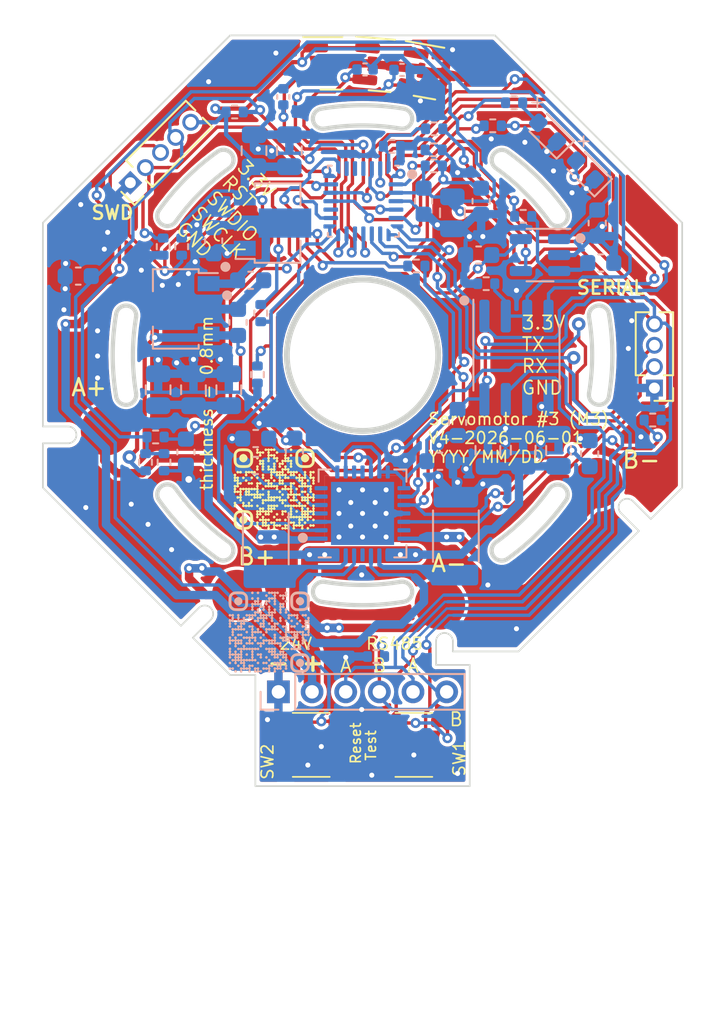
<source format=kicad_pcb>
(kicad_pcb (version 20221018) (generator pcbnew)
  (title_block (title "Servo motor stepper M3") (date "2023-12-09") (rev "V4"))
  (layers (0 "F.Cu" signal) (31 "B.Cu" signal) (34 "B.Paste" user) (35 "F.Paste" user) (36 "B.SilkS" user "B.Silkscreen") (37 "F.SilkS" user "F.Silkscreen") (38 "B.Mask" user) (39 "F.Mask" user) (44 "Edge.Cuts" user))
  (net 0 "")
  (net 1 "/index/schTop/VREF")
  (net 2 "GND")
  (net 3 "Net-(U5-CP1)")
  (net 4 "Net-(U5-CP2)")
  (net 5 "+24V")
  (net 6 "Net-(U5-VCP)")
  (net 7 "Net-(U5-VREG)")
  (net 8 "+3.3V")
  (net 9 "/index/schTop/HALL1")
  (net 10 "/index/schTop/RESET")
  (net 11 "/index/schTop/HALL2")
  (net 12 "+10V")
  (net 13 "/index/schTop/HALL3")
  (net 14 "Net-(U9--)")
  (net 15 "Net-(U9-+)")
  (net 16 "/index/schTop/REF24")
  (net 17 "/index/schTop/TEMPERATURE")
  (net 18 "Net-(D3-A)")
  (net 19 "Net-(D4-A)")
  (net 20 "/index/schTop/UART2 RX")
  (net 21 "/index/schTop/UART2 TX")
  (net 22 "/index/schTop/SWCLK")
  (net 23 "/index/schTop/SWDIO")
  (net 24 "/index/schTop/B")
  (net 25 "/index/schTop/A")
  (net 26 "Net-(U5-SENSE1)")
  (net 27 "Net-(U5-SENSE2)")
  (net 28 "/index/schTop/~{MENABLE}")
  (net 29 "/index/schTop/LED_GREEN")
  (net 30 "/index/schTop/LED_RED")
  (net 31 "/index/schTop/RS485_EN")
  (net 32 "Net-(R20-Pad1)")
  (net 33 "/index/schTop/OVER_VOLTAGE")
  (net 34 "/index/schTop/IMCONTROL")
  (net 35 "/index/schTop/PWMOV")
  (net 36 "/index/schTop/OUT2B")
  (net 38 "/index/schTop/STEP")
  (net 39 "/index/schTop/DIR")
  (net 41 "/index/schTop/OUT1B")
  (net 42 "/index/schTop/OUT1A")
  (net 44 "/index/schTop/OUT2A")
  (net 45 "/index/schTop/RS485_D")
  (net 46 "/index/schTop/RS485_R")
  (net 48 "/index/schTop/~{MRESET}")
  (footprint "servo_motor:TS3735PA-250gf" (layer "F.Cu") (at 146.5 116.4 -90)
    (fp_text reference "SW2")
    (fp_text value "TS3735PA-250gf")
  )
  (footprint "servo_motor:Pad_3mm_TopOnly" (layer "F.Cu") (at 134.3 97.7)
    (fp_text reference "J8" hide)
    (fp_text value "Conn_01x01_Socket" hide)
  )
  (footprint "Package_TO_SOT_SMD:SOT-23" (layer "F.Cu") (at 150.7 76.01 -5)
    (fp_text reference "U7" hide)
    (fp_text value "AH49HSC")
  )
  (footprint "Package_TO_SOT_SMD:SOT-23" (layer "F.Cu") (at 147.7 75.91)
    (fp_text reference "U4" hide)
    (fp_text value "AH49HSC")
  )
  (footprint "servo_motor:QR_M3_V4-08-12-23" (layer "F.Cu") (at 144.3 101.2)
    (fp_text reference "G***" hide)
    (fp_text value "LOGO" hide)
  )
  (footprint "servo_motor:Pad_3mm_TopOnly" (layer "F.Cu") (at 154.15 108.05)
    (fp_text reference "J3" hide)
    (fp_text value "Conn_01x01_Socket" hide)
  )
  (footprint "Connector_PinHeader_1.27mm:PinHeader_1x05_P1.27mm_Vertical" (layer "F.Cu") (at 135.746878 83.003123 135)
    (fp_text reference "J2" hide)
    (fp_text value "01x05 male P=1.27mm")
  )
  (footprint "Connector_PinHeader_1.27mm:PinHeader_1x04_P1.27mm_Vertical" (layer "F.Cu") (at 166.9 95.2 180)
    (fp_text reference "J1" hide)
    (fp_text value "01x04 male P=1.27mm")
  )
  (footprint "servo_motor:TS3735PA-250gf" (layer "F.Cu") (at 152.6 116.4 90)
    (fp_text reference "SW1")
    (fp_text value "TS3735PA-250gf")
  )
  (footprint "servo_motor:Pad_3mm_TopOnly" (layer "F.Cu") (at 163.5 100.85)
    (fp_text reference "J6" hide)
    (fp_text value "Conn_01x01_Socket" hide)
  )
  (footprint "Package_TO_SOT_SMD:SOT-23" (layer "F.Cu") (at 153.5 76.41 -10)
    (fp_text reference "U6" hide)
    (fp_text value "AH49HSC")
  )
  (footprint "servo_motor:Pad_3mm_TopOnly" (layer "F.Cu") (at 142.1 107.5)
    (fp_text reference "J7" hide)
    (fp_text value "Conn_01x01_Socket" hide)
  )
  (footprint "Capacitor_SMD:C_0805_2012Metric" (layer "B.Cu") (at 159.1 98.89 90)
    (fp_text reference "C7" hide)
    (fp_text value "4.7uF")
  )
  (footprint "Package_TO_SOT_SMD:SOT-89-3" (layer "B.Cu") (at 144.5 85.4)
    (fp_text reference "U11" hide)
    (fp_text value "HT7533-1")
  )
  (footprint "Capacitor_SMD:C_0805_2012Metric" (layer "B.Cu") (at 137.4 95.3 90)
    (fp_text reference "C14" hide)
    (fp_text value "4.7uF")
  )
  (footprint "LED_SMD:LED_0603_1608Metric" (layer "B.Cu") (at 162.806847 82.25 135)
    (fp_text reference "D4" hide)
    (fp_text value "19-217/GHC-YR1S2/3T")
  )
  (footprint "Resistor_SMD:R_0402_1005Metric" (layer "B.Cu") (at 153.79 82 180)
    (fp_text reference "R29" hide)
    (fp_text value "4.7k")
  )
  (footprint "Resistor_SMD:R_0402_1005Metric" (layer "B.Cu") (at 137.7 86.8 90)
    (fp_text reference "R4" hide)
    (fp_text value "10k")
  )
  (footprint "Resistor_SMD:R_2010_5025Metric" (layer "B.Cu") (at 143.8 104.15 -90)
    (fp_text reference "R3" hide)
    (fp_text value "270m")
  )
  (footprint "Resistor_SMD:R_0402_1005Metric" (layer "B.Cu") (at 151.3 80.84 180)
    (fp_text reference "R23" hide)
    (fp_text value "5.6k")
  )
  (footprint "Capacitor_SMD:C_0805_2012Metric" (layer "B.Cu") (at 145.2 81.1 90)
    (fp_text reference "C33" hide)
    (fp_text value "4.7uF")
  )
  (footprint "Package_TO_SOT_SMD:SOT-89-3" (layer "B.Cu") (at 138.45 90.5 180)
    (fp_text reference "U12" hide)
    (fp_text value "L78L10_SOT89")
  )
  (footprint "Capacitor_SMD:C_0603_1608Metric" (layer "B.Cu") (at 163.05 99.1 90)
    (fp_text reference "C1" hide)
    (fp_text value "100nF")
  )
  (footprint "Resistor_SMD:R_0402_1005Metric" (layer "B.Cu") (at 157.29 79.62)
    (fp_text reference "R11" hide)
    (fp_text value "470R")
  )
  (footprint "Capacitor_SMD:C_0603_1608Metric" (layer "B.Cu") (at 163.5 85.4 -90)
    (fp_text reference "C30" hide)
    (fp_text value "100pF")
  )
  (footprint "servo_motor:QFN-28-1EP_5x5mm_P0.5mm_EP3.75x3.75mm_ThermalVias_0.3mm" (layer "B.Cu") (at 149.55 102.65)
    (fp_text reference "U5" hide)
    (fp_text value "A4988")
  )
  (footprint "Resistor_SMD:R_0402_1005Metric" (layer "B.Cu") (at 143.5 90.75 90)
    (fp_text reference "R6" hide)
    (fp_text value "5.6k")
  )
  (footprint "Resistor_SMD:R_0402_1005Metric" (layer "B.Cu") (at 138.8 86.8 90)
    (fp_text reference "R5" hide)
    (fp_text value "10k")
  )
  (footprint "Capacitor_SMD:C_0603_1608Metric" (layer "B.Cu") (at 142.15 91.3 90)
    (fp_text reference "C25" hide)
    (fp_text value "100nF")
  )
  (footprint "Capacitor_SMD:C_0603_1608Metric" (layer "B.Cu") (at 155.2 97.25 90)
    (fp_text reference "C35" hide)
    (fp_text value "100nF")
  )
  (footprint "Capacitor_SMD:C_0805_2012Metric" (layer "B.Cu") (at 143.1 81.1 90)
    (fp_text reference "C5" hide)
    (fp_text value "4.7uF")
  )
  (footprint "Capacitor_SMD:C_0603_1608Metric" (layer "B.Cu") (at 156.45 87.3 180)
    (fp_text reference "C22" hide)
    (fp_text value "1uF")
  )
  (footprint "Package_TO_SOT_SMD:SOT-23-5" (layer "B.Cu") (at 160.1 87.3 180)
    (fp_text reference "U9" hide)
    (fp_text value "LM321")
  )
  (footprint "Resistor_SMD:R_0402_1005Metric" (layer "B.Cu") (at 150.35 111.15)
    (fp_text reference "R2" hide)
    (fp_text value "10k")
  )
  (footprint "Resistor_SMD:R_0402_1005Metric" (layer "B.Cu") (at 141.95 78.8 180)
    (fp_text reference "R15" hide)
    (fp_text value "10k")
  )
  (footprint "Capacitor_SMD:C_0603_1608Metric" (layer "B.Cu") (at 163.71 87.77)
    (fp_text reference "C28" hide)
    (fp_text value "100nF")
  )
  (footprint "Capacitor_SMD:C_0603_1608Metric" (layer "B.Cu") (at 156.6 84.1 -90)
    (fp_text reference "C41" hide)
    (fp_text value "1uF")
  )
  (footprint "Package_SO:SOIC-8_3.9x4.9mm_P1.27mm" (layer "B.Cu") (at 158.7 93.4 -90)
    (fp_text reference "U10" hide)
    (fp_text value "SP3485EN")
  )
  (footprint "Connector_PinSocket_2.00mm:PinSocket_1x06_P2.00mm_Vertical" (layer "B.Cu") (at 144.55 113.25 -90)
    (fp_text reference "J4" hide)
    (fp_text value "Conn_01x06_Socket")
  )
  (footprint "Capacitor_SMD:C_0603_1608Metric" (layer "B.Cu") (at 142.9 88.8)
    (fp_text reference "C32" hide)
    (fp_text value "1uF")
  )
  (footprint "Resistor_SMD:R_0402_1005Metric" (layer "B.Cu") (at 136.65 99.6075 90)
    (fp_text reference "R27" hide)
    (fp_text value "10k")
  )
  (footprint "Capacitor_SMD:C_0805_2012Metric" (layer "B.Cu") (at 157 98.9 90)
    (fp_text reference "C12" hide)
    (fp_text value "4.7uF")
  )
  (footprint "Capacitor_SMD:C_0603_1608Metric" (layer "B.Cu") (at 154.15 99.55)
    (fp_text reference "C6" hide)
    (fp_text value "220nF")
  )
  (footprint "Resistor_SMD:R_0402_1005Metric" (layer "B.Cu") (at 156.9 89)
    (fp_text reference "R13" hide)
    (fp_text value "10k")
  )
  (footprint "Resistor_SMD:R_0402_1005Metric" (layer "B.Cu") (at 137.25 98.1075 180)
    (fp_text reference "R24" hide)
    (fp_text value "10k")
  )
  (footprint "Capacitor_SMD:C_0402_1005Metric" (layer "B.Cu") (at 149.7 76.275)
    (fp_text reference "C17" hide)
    (fp_text value "1nF")
  )
  (footprint "Capacitor_SMD:C_0805_2012Metric" (layer "B.Cu") (at 154.89 84.79 -90)
    (fp_text reference "C9" hide)
    (fp_text value "4.7uF")
  )
  (footprint "Resistor_SMD:R_2010_5025Metric" (layer "B.Cu") (at 155.1 104 -90)
    (fp_text reference "R1" hide)
    (fp_text value "270m")
  )
  (footprint "Resistor_SMD:R_0402_1005Metric" (layer "B.Cu") (at 158.56 78.25)
    (fp_text reference "R12" hide)
    (fp_text value "1.5k")
  )
  (footprint "Package_DFN_QFN:QFN-28_4x4mm_P0.5mm" (layer "B.Cu") (at 149.6 84.1 180)
    (fp_text reference "U8" hide)
    (fp_text value "STM32G031G8U6")
  )
  (footprint "Resistor_SMD:R_0402_1005Metric" (layer "B.Cu") (at 152.75 87.95)
    (fp_text reference "R22" hide)
    (fp_text value "10k")
  )
  (footprint "Resistor_SMD:R_0402_1005Metric" (layer "B.Cu") (at 137.75 99.6075 -90)
    (fp_text reference "R26" hide)
    (fp_text value "1K")
  )
  (footprint "Capacitor_SMD:C_0603_1608Metric" (layer "B.Cu") (at 143.2 99.8)
    (fp_text reference "C2" hide)
    (fp_text value "100nF")
  )
  (footprint "LED_SMD:LED_0603_1608Metric" (layer "B.Cu") (at 160.556847 80 135)
    (fp_text reference "D3" hide)
    (fp_text value "KT-0603R")
  )
  (footprint "Capacitor_SMD:C_0603_1608Metric" (layer "B.Cu") (at 139.05 99.0075 -90)
    (fp_text reference "C36" hide)
    (fp_text value "100nF")
  )
  (footprint "Capacitor_SMD:C_0805_2012Metric" (layer "B.Cu") (at 141.6 95.3 90)
    (fp_text reference "C15" hide)
    (fp_text value "4.7uF")
  )
  (footprint "Resistor_SMD:R_0402_1005Metric" (layer "B.Cu") (at 153.78 81.05)
    (fp_text reference "TH1" hide)
    (fp_text value "100k 1% NTC")
  )
  (footprint "Capacitor_SMD:C_0805_2012Metric" (layer "B.Cu") (at 161.2 98.9 90)
    (fp_text reference "C8" hide)
    (fp_text value "4.7uF")
  )
  (footprint "Capacitor_SMD:C_0603_1608Metric" (layer "B.Cu") (at 143.2 98.2)
    (fp_text reference "C4" hide)
    (fp_text value "220nF")
  )
  (footprint "Capacitor_SMD:C_0603_1608Metric" (layer "B.Cu") (at 145.5 98.95 -90)
    (fp_text reference "C3" hide)
    (fp_text value "100nF")
  )
  (footprint "Capacitor_SMD:C_0402_1005Metric" (layer "B.Cu") (at 151.9 76.3)
    (fp_text reference "C20" hide)
    (fp_text value "1nF")
  )
  (footprint "Capacitor_SMD:C_0603_1608Metric" (layer "B.Cu") (at 153.18 84.1 -90)
    (fp_text reference "C37" hide)
    (fp_text value "100nF")
  )
  (footprint "Resistor_SMD:R_0402_1005Metric" (layer "B.Cu") (at 143.3 94.4 90)
    (fp_text reference "R7" hide)
    (fp_text value "10k" hide)
  )
  (footprint "Resistor_SMD:R_0402_1005Metric" (layer "B.Cu") (at 153.81 79.8 180)
    (fp_text reference "R20" hide)
    (fp_text value "10k")
  )
  (footprint "Capacitor_SMD:C_0402_1005Metric" (layer "B.Cu") (at 144.84 77.9 90)
    (fp_text reference "C23" hide)
    (fp_text value "1nF")
  )
  (footprint "Capacitor_SMD:C_0603_1608Metric" (layer "B.Cu") (at 140.7 86.45 -90)
    (fp_text reference "C26" hide)
    (fp_text value "1uF")
  )
  (footprint "Resistor_SMD:R_0402_1005Metric" (layer "B.Cu") (at 166.8 97.1)
    (fp_text reference "R17" hide)
    (fp_text value "10k")
  )
  (footprint "Capacitor_SMD:C_0805_2012Metric" (layer "B.Cu") (at 139.5 95.3 90)
    (fp_text reference "C19" hide)
    (fp_text value "4.7uF")
  )
  (footprint "Resistor_SMD:R_0402_1005Metric" (layer "B.Cu") (at 159.1 85)
    (fp_text reference "R25" hide)
    (fp_text value "10k")
  )
  (footprint "servo_motor:QR_M3_V4-08-12-23" (layer "B.Cu") (at 144 109.7 180)
    (fp_text reference "G***" hide)
    (fp_text value "LOGO" hide)
  )
  (footprint "Capacitor_SMD:C_0603_1608Metric" (layer "B.Cu") (at 132.65 88.55 180)
    (fp_text reference "C18" hide)
    (fp_text value "100nF")
  )
  (gr_circle (center 155.6 90) (end 155.75 90) (stroke (width 0.3)) (fill none) (layer "B.SilkS"))
  (gr_circle (center 162.5 86.3) (end 162.65 86.3) (stroke (width 0.3)) (fill none) (layer "B.SilkS"))
  (gr_circle (center 141.5 89.7) (end 141.65 89.7) (stroke (width 0.3)) (fill none) (layer "B.SilkS"))
  (gr_circle (center 146 104.1) (end 146.15 104.1) (stroke (width 0.3)) (fill none) (layer "B.SilkS"))
  (gr_circle (center 141.4 88) (end 141.55 88) (stroke (width 0.3)) (fill none) (layer "B.SilkS"))
  (gr_circle (center 152.5 82.5) (end 152.65 82.5) (stroke (width 0.3)) (fill none) (layer "B.SilkS"))
  (gr_line (start 130.55 85.379942) (end 130.55 97.483546) (stroke (width 0.1)) (layer "Edge.Cuts"))
  (gr_line (start 130.55 97.483546) (end 132.05 97.483546) (stroke (width 0.1)) (layer "Edge.Cuts"))
  (gr_line (start 168.55 101.120057) (end 166.685704 102.984353) (stroke (width 0.1)) (layer "Edge.Cuts"))
  (gr_line (start 155.920057 111.65) (end 155.920057 118.85) (stroke (width 0.1)) (layer "Edge.Cuts"))
  (gr_arc (start 140.926561 81.160384) (mid 141.763488 81.300404) (end 141.623404 82.137323) (stroke (width 0.25)) (layer "Edge.Cuts"))
  (gr_arc (start 161.639615 101.873439) (mid 160.050536 103.750536) (end 158.173439 105.339615) (stroke (width 0.25)) (layer "Edge.Cuts"))
  (gr_arc (start 158.173439 81.160384) (mid 160.050535 82.749464) (end 161.639615 84.626561) (stroke (width 0.25)) (layer "Edge.Cuts"))
  (gr_arc (start 137.460384 84.626561) (mid 139.049465 82.749465) (end 140.926561 81.160384) (stroke (width 0.25)) (layer "Edge.Cuts"))
  (gr_arc (start 147.2971 79.787201) (mid 146.606303 79.294462) (end 147.099043 78.603659) (stroke (width 0.25)) (layer "Edge.Cuts"))
  (gr_arc (start 164.196341 95.700957) (mid 163.505542 96.193699) (end 163.012798 95.5029) (stroke (width 0.25)) (layer "Edge.Cuts"))
  (gr_arc (start 161.639615 84.626561) (mid 161.499568 85.463452) (end 160.662677 85.323404) (stroke (width 0.25)) (layer "Edge.Cuts"))
  (gr_arc (start 132.05 97.483546) (mid 132.55002 97.983546) (end 132.05 98.483546) (stroke (width 0.1)) (layer "Edge.Cuts"))
  (gr_arc (start 147.099043 107.896341) (mid 146.606303 107.205546) (end 147.2971 106.712798) (stroke (width 0.25)) (layer "Edge.Cuts"))
  (gr_line (start 165.625044 101.923693) (end 166.685704 102.984353) (stroke (width 0.1)) (layer "Edge.Cuts"))
  (gr_arc (start 134.903659 90.799043) (mid 135.594459 90.306303) (end 136.087201 90.9971) (stroke (width 0.25)) (layer "Edge.Cuts"))
  (gr_arc (start 151.8029 106.712798) (mid 149.55 106.9) (end 147.2971 106.712798) (stroke (width 0.25)) (layer "Edge.Cuts"))
  (gr_arc (start 160.662677 101.176595) (mid 161.499568 101.036548) (end 161.639615 101.873439) (stroke (width 0.25)) (layer "Edge.Cuts"))
  (gr_arc (start 139.815647 108.264384) (mid 140.522753 108.264386) (end 140.522753 108.971491) (stroke (width 0.1)) (layer "Edge.Cuts"))
  (gr_line (start 158.820057 110.85) (end 154.920057 110.85) (stroke (width 0.1)) (layer "Edge.Cuts"))
  (gr_arc (start 147.099043 78.603659) (mid 149.55 78.4) (end 152.000957 78.603659) (stroke (width 0.25)) (layer "Edge.Cuts"))
  (gr_arc (start 163.012798 90.9971) (mid 163.505541 90.306299) (end 164.196341 90.799043) (stroke (width 0.25)) (layer "Edge.Cuts"))
  (gr_line (start 157.420057 74.25) (end 141.679942 74.25) (stroke (width 0.1)) (layer "Edge.Cuts"))
  (gr_line (start 138.754986 109.325044) (end 139.815647 108.264384) (stroke (width 0.1)) (layer "Edge.Cuts"))
  (gr_arc (start 151.8029 106.712798) (mid 152.493706 107.205545) (end 152.000957 107.896341) (stroke (width 0.25)) (layer "Edge.Cuts"))
  (gr_arc (start 138.437323 85.323404) (mid 139.897992 83.597991) (end 141.623404 82.137323) (stroke (width 0.25)) (layer "Edge.Cuts"))
  (gr_line (start 154.920057 110.25) (end 154.920057 110.85) (stroke (width 0.1)) (layer "Edge.Cuts"))
  (gr_arc (start 157.476595 82.137323) (mid 157.336548 81.300432) (end 158.173439 81.160384) (stroke (width 0.25)) (layer "Edge.Cuts"))
  (gr_arc (start 140.926561 105.339615) (mid 139.049464 103.750536) (end 137.460384 101.873439) (stroke (width 0.25)) (layer "Edge.Cuts"))
  (gr_line (start 130.55 101.120057) (end 138.754986 109.325044) (stroke (width 0.1)) (layer "Edge.Cuts"))
  (gr_line (start 143.179942 112.25) (end 143.179942 118.85) (stroke (width 0.1)) (layer "Edge.Cuts"))
  (gr_arc (start 136.087201 95.5029) (mid 135.59445 96.193704) (end 134.903659 95.700957) (stroke (width 0.25)) (layer "Edge.Cuts"))
  (gr_arc (start 138.437323 85.323404) (mid 137.600397 85.463496) (end 137.460384 84.626561) (stroke (width 0.25)) (layer "Edge.Cuts"))
  (gr_line (start 168.55 85.379942) (end 157.420057 74.25) (stroke (width 0.1)) (layer "Edge.Cuts"))
  (gr_line (start 132.05 98.483546) (end 130.55 98.483546) (stroke (width 0.1)) (layer "Edge.Cuts"))
  (gr_line (start 143.179942 112.25) (end 141.679942 112.25) (stroke (width 0.1)) (layer "Edge.Cuts"))
  (gr_arc (start 163.012798 90.9971) (mid 163.200001 93.25) (end 163.012798 95.5029) (stroke (width 0.25)) (layer "Edge.Cuts"))
  (gr_arc (start 141.623404 104.362677) (mid 141.763449 105.199565) (end 140.926561 105.339615) (stroke (width 0.25)) (layer "Edge.Cuts"))
  (gr_arc (start 152.000957 78.603659) (mid 152.493699 79.294459) (end 151.8029 79.787201) (stroke (width 0.25)) (layer "Edge.Cuts"))
  (gr_arc (start 137.460384 101.873439) (mid 137.600416 101.03658) (end 138.437323 101.176595) (stroke (width 0.25)) (layer "Edge.Cuts"))
  (gr_line (start 141.679942 74.25) (end 130.55 85.379942) (stroke (width 0.1)) (layer "Edge.Cuts"))
  (gr_arc (start 141.623404 104.362677) (mid 139.897992 102.902007) (end 138.437323 101.176595) (stroke (width 0.25)) (layer "Edge.Cuts"))
  (gr_arc (start 152.000957 107.896341) (mid 149.55 108.1) (end 147.099043 107.896341) (stroke (width 0.25)) (layer "Edge.Cuts"))
  (gr_arc (start 157.476595 82.137323) (mid 159.202006 83.597993) (end 160.662677 85.323404) (stroke (width 0.25)) (layer "Edge.Cuts"))
  (gr_line (start 158.820057 110.85) (end 165.978598 103.69146) (stroke (width 0.1)) (layer "Edge.Cuts"))
  (gr_arc (start 164.917937 102.630799) (mid 164.917938 101.923694) (end 165.625044 101.923693) (stroke (width 0.1)) (layer "Edge.Cuts"))
  (gr_line (start 143.179942 118.85) (end 155.920057 118.85) (stroke (width 0.1)) (layer "Edge.Cuts"))
  (gr_arc (start 134.903659 95.700957) (mid 134.700001 93.25) (end 134.903659 90.799043) (stroke (width 0.25)) (layer "Edge.Cuts"))
  (gr_arc (start 153.920057 110.25) (mid 154.420057 109.75) (end 154.920057 110.25) (stroke (width 0.1)) (layer "Edge.Cuts"))
  (gr_line (start 168.55 101.120057) (end 168.55 85.379942) (stroke (width 0.1)) (layer "Edge.Cuts"))
  (gr_line (start 165.978598 103.69146) (end 164.917937 102.630799) (stroke (width 0.1)) (layer "Edge.Cuts"))
  (gr_arc (start 136.087201 95.5029) (mid 135.900001 93.25) (end 136.087201 90.9971) (stroke (width 0.25)) (layer "Edge.Cuts"))
  (gr_line (start 140.522753 108.971491) (end 139.462093 110.032151) (stroke (width 0.1)) (layer "Edge.Cuts"))
  (gr_line (start 130.55 98.483546) (end 130.55 101.120057) (stroke (width 0.1)) (layer "Edge.Cuts"))
  (gr_arc (start 158.173439 105.339615) (mid 157.336548 105.199568) (end 157.476595 104.362677) (stroke (width 0.25)) (layer "Edge.Cuts"))
  (gr_line (start 155.920057 111.65) (end 153.920057 111.65) (stroke (width 0.1)) (layer "Edge.Cuts"))
  (gr_line (start 153.920057 110.25) (end 153.920057 111.65) (stroke (width 0.1)) (layer "Edge.Cuts"))
  (gr_arc (start 160.662677 101.176595) (mid 159.202007 102.902007) (end 157.476595 104.362677) (stroke (width 0.25)) (layer "Edge.Cuts"))
  (gr_line (start 139.462093 110.032151) (end 141.679942 112.25) (stroke (width 0.1)) (layer "Edge.Cuts"))
  (gr_circle (center 149.55 93.25) (end 145.05 93.25) (stroke (width 0.35)) (fill none) (layer "Edge.Cuts"))
  (gr_arc (start 164.196341 90.799043) (mid 164.400001 93.25) (end 164.196341 95.700957) (stroke (width 0.25)) (layer "Edge.Cuts"))
  (gr_arc (start 147.2971 79.787201) (mid 149.55 79.6) (end 151.8029 79.787201) (stroke (width 0.25)) (layer "Edge.Cuts"))
  (gr_text "+" (at 163.25 80.95) (layer "B.SilkS") (effects (font (size 0.8 0.8) (thickness 0.1)) (justify left bottom mirror)))
  (gr_text "+" (at 160.5 78.65) (layer "B.SilkS") (effects (font (size 0.8 0.8) (thickness 0.1)) (justify left bottom mirror)))
  (gr_text "+" (at 145.85 112.1) (layer "F.SilkS") (effects (font (size 1 1) (thickness 0.2)) (justify left bottom)))
  (gr_text "Reset" (at 149.5 117.6 90) (layer "F.SilkS") (effects (font (size 0.6 0.6) (thickness 0.1) bold) (justify left bottom)))
  (gr_text "3.3V\nTX\nRX\nGND" (at 158.95 95.65) (layer "F.SilkS") (effects (font (size 0.8 0.8) (thickness 0.1)) (justify left bottom)))
  (gr_text "B" (at 150.1 112.15) (layer "F.SilkS") (effects (font (size 0.8 0.8) (thickness 0.1)) (justify left bottom)))
  (gr_text "Servomotor #3 (M3)\n${REVISION}-${CURRENT_DATE}\nYYYY/MM/DD" (at 153.4 99.7) (layer "F.SilkS") (effects (font (size 0.7 0.7) (thickness 0.1)) (justify left bottom)))
  (gr_text "RS485" (at 149.7 110.8) (layer "F.SilkS") (effects (font (size 0.7 0.7) (thickness 0.1)) (justify left bottom)))
  (gr_text "SWD" (at 133.35 85.25) (layer "F.SilkS") (effects (font (size 0.8 0.8)) (justify left bottom)))
  (gr_text "-" (at 143.8 112.1) (layer "F.SilkS") (effects (font (size 1 1) (thickness 0.2)) (justify left bottom)))
  (gr_text "B" (at 154.65 115.35) (layer "F.SilkS") (effects (font (size 0.8 0.8) (thickness 0.1)) (justify left bottom)))
  (gr_text "thickness = 0.8mm" (at 140.7 101.35 90) (layer "F.SilkS") (effects (font (size 0.7 0.7) (thickness 0.1)) (justify left bottom)))
  (gr_text "Test" (at 150.4 117.4 90) (layer "F.SilkS") (effects (font (size 0.6 0.6) (thickness 0.1) bold) (justify left bottom)))
  (gr_text "B+" (at 142.05 105.8) (layer "F.SilkS") (effects (font (size 1 1)) (justify left bottom)))
  (gr_text "3.3V\nRST\nSWDIO\nSWCLK\nGND" (at 138.3 85.8 -45) (layer "F.SilkS") (effects (font (size 0.8 0.8) (thickness 0.1)) (justify left bottom)))
  (gr_text "24V" (at 144.55 110.8) (layer "F.SilkS") (effects (font (size 0.7 0.7) (thickness 0.1)) (justify left bottom)))
  (gr_text "A+" (at 132.15 95.75) (layer "F.SilkS") (effects (font (size 1 1)) (justify left bottom)))
  (gr_text "SERIAL" (at 162.2 89.7) (layer "F.SilkS") (effects (font (size 0.8 0.8)) (justify left bottom)))
  (gr_text "A" (at 148.15 112.15) (layer "F.SilkS") (effects (font (size 0.8 0.8) (thickness 0.1)) (justify left bottom)))
  (gr_text "A-" (at 153.55 106.2) (layer "F.SilkS") (effects (font (size 1 1)) (justify left bottom)))
  (gr_text "B-" (at 164.9 100.05) (layer "F.SilkS") (effects (font (size 1 1)) (justify left bottom)))
  (gr_text "A" (at 152.15 112.15) (layer "F.SilkS") (effects (font (size 0.8 0.8) (thickness 0.1)) (justify left bottom)))
  (segment (start 153.45 101.2) (end 153.2 101.45) (width 0.2) (layer "F.Cu") (net 1))
  (segment (start 158.2 101.45) (end 157.45 101.45) (width 0.2) (layer "F.Cu") (net 1))
  (segment (start 153.45 98.25) (end 153.45 101.2) (width 0.2) (layer "F.Cu") (net 1))
  (segment (start 155.55 94.55) (end 155.55 96.15) (width 0.2) (layer "F.Cu") (net 1))
  (segment (start 162 98.9) (end 161.55 99.35) (width 0.2) (layer "F.Cu") (net 1))
  (segment (start 153.2 101.45) (end 153.2 101.85) (width 0.2) (layer "F.Cu") (net 1))
  (segment (start 155.55 96.15) (end 153.45 98.25) (width 0.2) (layer "F.Cu") (net 1))
  (segment (start 160.3 99.35) (end 158.2 101.45) (width 0.2) (layer "F.Cu") (net 1))
  (segment (start 161.55 99.35) (end 160.3 99.35) (width 0.2) (layer "F.Cu") (net 1))
  (via (at 162 98.9) (size 0.6) (drill 0.3) (layers "F.Cu" "B.Cu") (net 1))
  (via (at 157.45 101.45) (size 0.6) (drill 0.3) (layers "F.Cu" "B.Cu") (net 1))
  (via (at 153.2 101.85) (size 0.6) (drill 0.3) (layers "F.Cu" "B.Cu") (net 1))
  (via (at 155.55 94.55) (size 0.6) (drill 0.3) (layers "F.Cu" "B.Cu") (net 1))
  (segment (start 152.9 102.15) (end 153.2 101.85) (width 0.2) (layer "B.Cu") (net 1))
  (segment (start 152.7 102.15) (end 152.9 102.15) (width 0.2) (layer "B.Cu") (net 1))
  (segment (start 154.95 93.95) (end 154.95 90.75) (width 0.2) (layer "B.Cu") (net 1))
  (segment (start 155.55 94.55) (end 154.95 93.95) (width 0.2) (layer "B.Cu") (net 1))
  (segment (start 162 98.9) (end 162.575 99.475) (width 0.25) (layer "B.Cu") (net 1))
  (segment (start 153.25 102.7) (end 152.7 102.15) (width 0.2) (layer "B.Cu") (net 1))
  (segment (start 152.7 102.15) (end 152.0125 102.15) (width 0.2) (layer "B.Cu") (net 1))
  (segment (start 162.575 99.475) (end 163.05 99.475) (width 0.25) (layer "B.Cu") (net 1))
  (segment (start 153.26 89.06) (end 153.26 87.95) (width 0.2) (layer "B.Cu") (net 1))
  (segment (start 157.45 101.45) (end 157.2 101.45) (width 0.2) (layer "B.Cu") (net 1))
  (segment (start 154.95 90.75) (end 153.26 89.06) (width 0.2) (layer "B.Cu") (net 1))
  (segment (start 156.9 101.75) (end 156.9 102.2) (width 0.2) (layer "B.Cu") (net 1))
  (segment (start 156.9 102.2) (end 156.4 102.7) (width 0.2) (layer "B.Cu") (net 1))
  (segment (start 157.2 101.45) (end 156.9 101.75) (width 0.2) (layer "B.Cu") (net 1))
  (segment (start 156.4 102.7) (end 153.25 102.7) (width 0.2) (layer "B.Cu") (net 1))
  (segment (start 152.133933 76.281709) (end 151.742224 75.89) (width 0.2) (layer "F.Cu") (net 2))
  (segment (start 151.742224 75.89) (end 149.3475 75.89) (width 0.2) (layer "F.Cu") (net 2))
  (segment (start 154.887205 76.762795) (end 154.923257 76.762795) (width 0.2) (layer "F.Cu") (net 2))
  (segment (start 154.442171 76.281709) (end 152.133933 76.281709) (width 0.2) (layer "F.Cu") (net 2))
  (segment (start 154.923257 76.762795) (end 154.442171 76.281709) (width 0.2) (layer "F.Cu") (net 2))
  (segment (start 152.99 78.14) (end 153.51 78.14) (width 0.2) (layer "F.Cu") (net 2))
  (segment (start 153.51 78.14) (end 154.887205 76.762795) (width 0.2) (layer "F.Cu") (net 2))
  (segment (start 149.3475 75.89) (end 149.1375 76.1) (width 0.2) (layer "F.Cu") (net 2))
  (via (at 152.1 99.5) (size 0.6) (drill 0.3) (layers "F.Cu" "B.Cu") (net 2))
  (via (at 133.8 94.6) (size 0.6) (drill 0.3) (layers "F.Cu" "B.Cu") (net 2))
  (via (at 155.2 118.1) (size 0.6) (drill 0.3) (layers "F.Cu" "B.Cu") (net 2))
  (via (at 160.9 82.3) (size 0.6) (drill 0.3) (layers "F.Cu" "B.Cu") (net 2))
  (via (at 133.8 91.8) (size 0.6) (drill 0.3) (layers "F.Cu" "B.Cu") (net 2))
  (via (at 144.15 81.1) (size 0.6) (drill 0.3) (layers "F.Cu" "B.Cu") (net 2))
  (via (at 158.7 89.4) (size 0.6) (drill 0.3) (layers "F.Cu" "B.Cu") (net 2))
  (via (at 143.4 97.3) (size 0.6) (drill 0.3) (layers "F.Cu" "B.Cu") (net 2))
  (via (at 133.1 102.3) (size 0.6) (drill 0.3) (layers "F.Cu" "B.Cu") (net 2))
  (via (at 139.7 85.5005) (size 0.6) (drill 0.3) (layers "F.Cu" "B.Cu") (net 2))
  (via (at 165.35 92.85) (size 0.6) (drill 0.3) (layers "F.Cu" "B.Cu") (net 2))
  (via (at 158.05 97.6) (size 0.6) (drill 0.3) (layers "F.Cu" "B.Cu") (net 2))
  (via (at 156.7 100.9) (size 0.6) (drill 0.3) (layers "F.Cu" "B.Cu") (net 2))
  (via (at 131.8 90.55) (size 0.6) (drill 0.3) (layers "F.Cu" "B.Cu") (net 2))
  (via (at 159.2 80.6) (size 0.6) (drill 0.3) (layers "F.Cu" "B.Cu") (net 2))
  (via (at 139.2 88.4) (size 0.6) (drill 0.3) (layers "F.Cu" "B.Cu") (net 2))
  (via (at 147.1 116.5) (size 0.6) (drill 0.3) (layers "F.Cu" "B.Cu") (net 2))
  (via (at 157 106.9) (size 0.6) (drill 0.3) (layers "F.Cu" "B.Cu") (net 2))
  (via (at 143.35 81) (size 0.6) (drill 0.3) (layers "F.Cu" "B.Cu") (net 2))
  (via (at 155.2 82.4) (size 0.6) (drill 0.3) (layers "F.Cu" "B.Cu") (net 2))
  (via (at 152.6 117) (size 0.6) (drill 0.3) (layers "F.Cu" "B.Cu") (net 2))
  (via (at 158.05 98.45) (size 0.6) (drill 0.3) (layers "F.Cu" "B.Cu") (net 2))
  (via (at 148.55 111.2) (size 0.6) (drill 0.3) (layers "F.Cu" "B.Cu") (net 2))
  (via (at 134.2 86.95) (size 0.6) (drill 0.3) (layers "F.Cu" "B.Cu") (net 2))
  (via (at 139.5 93.5) (size 0.6) (drill 0.3) (layers "F.Cu" "B.Cu") (net 2))
  (via (at 138.5 93.7) (size 0.6) (drill 0.3) (layers "F.Cu" "B.Cu") (net 2))
  (via (at 158.7 109.5) (size 0.6) (drill 0.3) (layers "F.Cu" "B.Cu") (net 2))
  (via (at 162 83.6) (size 0.6) (drill 0.3) (layers "F.Cu" "B.Cu") (net 2))
  (via (at 144.4 75.3) (size 0.6) (drill 0.3) (layers "F.Cu" "B.Cu") (net 2))
  (via (at 136.8 103.3) (size 0.6) (drill 0.3) (layers "F.Cu" "B.Cu") (net 2))
  (via (at 162.85 83.35) (size 0.6) (drill 0.3) (layers "F.Cu" "B.Cu") (net 2))
  (via (at 139.22 100.63) (size 0.8) (drill 0.4) (layers "F.Cu" "B.Cu") (net 2))
  (via (at 156.7 86.2) (size 0.6) (drill 0.3) (layers "F.Cu" "B.Cu") (net 2))
  (via (at 131.875 89.3) (size 0.6) (drill 0.3) (layers "F.Cu" "B.Cu") (net 2))
  (via (at 154.05 100.45) (size 0.6) (drill 0.3) (layers "F.Cu" "B.Cu") (net 2))
  (via (at 163.8 85.6) (size 0.6) (drill 0.3) (layers "F.Cu" "B.Cu") (net 2))
  (via (at 149.5 114.3) (size 0.6) (drill 0.3) (layers "F.Cu" "B.Cu") (net 2))
  (via (at 157.2 80.4) (size 0.6) (drill 0.3) (layers "F.Cu" "B.Cu") (net 2))
  (via (at 136.4 88.2) (size 0.6) (drill 0.3) (layers "F.Cu" "B.Cu") (net 2))
  (via (at 160.15 98.45) (size 0.6) (drill 0.3) (layers "F.Cu" "B.Cu") (net 2))
  (via (at 141.5 87.2) (size 0.6) (drill 0.3) (layers "F.Cu" "B.Cu") (net 2))
  (via (at 160.2 96.3) (size 0.6) (drill 0.3) (layers "F.Cu" "B.Cu") (net 2))
  (via (at 143.9 114.9) (size 0.6) (drill 0.3) (layers "F.Cu" "B.Cu") (net 2))
  (via (at 153.9995 85.5) (size 0.6) (drill 0.3) (layers "F.Cu" "B.Cu") (net 2))
  (via (at 141.8 98.2) (size 0.6) (drill 0.3) (layers "F.Cu" "B.Cu") (net 2))
  (via (at 155.2 100.8) (size 0.6) (drill 0.3) (layers "F.Cu" "B.Cu") (net 2))
  (via (at 160.5 81.15) (size 0.6) (drill 0.3) (layers "F.Cu" "B.Cu") (net 2))
  (via (at 140.4 77) (size 0.6) (drill 0.3) (layers "F.Cu" "B.Cu") (net 2))
  (via (at 133.8 93.3) (size 0.6) (drill 0.3) (layers "F.Cu" "B.Cu") (net 2))
  (via (at 154.9 75.1) (size 0.6) (drill 0.3) (layers "F.Cu" "B.Cu") (net 2))
  (via (at 135.8 102.1) (size 0.6) (drill 0.3) (layers "F.Cu" "B.Cu") (net 2))
  (via (at 149.5 106.3) (size 0.6) (drill 0.3) (layers "F.Cu" "B.Cu") (net 2))
  (via (at 154.1 98.6) (size 0.6) (drill 0.3) (layers "F.Cu" "B.Cu") (net 2))
  (via (at 165.55 91.2) (size 0.6) (drill 0.3) (layers "F.Cu" "B.Cu") (net 2))
  (via (at 152.99 78.14) (size 0.6) (drill 0.3) (layers "F.Cu" "B.Cu") (net 2))
  (via (at 141.1 93.5) (size 0.6) (drill 0.3) (layers "F.Cu" "B.Cu") (net 2))
  (via (at 131.9 87.8) (size 0.6) (drill 0.3) (layers "F.Cu" "B.Cu") (net 2))
  (via (at 139.6 87.7) (size 0.6) (drill 0.3) (layers "F.Cu" "B.Cu") (net 2))
  (via (at 155.7 100) (size 0.6) (drill 0.3) (layers "F.Cu" "B.Cu") (net 2))
  (via (at 138.2 104.8) (size 0.6) (drill 0.3) (layers "F.Cu" "B.Cu") (net 2))
  (via (at 150.1 118.2) (size 0.6) (drill 0.3) (layers "F.Cu" "B.Cu") (net 2))
  (via (at 138.6 89.05) (size 0.6) (drill 0.3) (layers "F.Cu" "B.Cu") (net 2))
  (via (at 132.8 84.3) (size 0.6) (drill 0.3) (layers "F.Cu" "B.Cu") (net 2))
  (via (at 166.1 98.1) (size 0.6) (drill 0.3) (layers "F.Cu" "B.Cu") (net 2))
  (via (at 155.9 86.2) (size 0.6) (drill 0.3) (layers "F.Cu" "B.Cu") (net 2))
  (via (at 137.65 89.1) (size 0.6) (drill 0.3) (layers "F.Cu" "B.Cu") (net 2))
  (via (at 162.5 98.2) (size 0.6) (drill 0.3) (layers "F.Cu" "B.Cu") (net 2))
  (via (at 134.4 85.95) (size 0.6) (drill 0.3) (layers "F.Cu" "B.Cu") (net 2))
  (via (at 146.3 117.6) (size 0.6) (drill 0.3) (layers "F.Cu" "B.Cu") (net 2))
  (via (at 137.4 93.5245) (size 0.6) (drill 0.3) (layers "F.Cu" "B.Cu") (net 2))
  (segment (start 162.16 87.3) (end 162.16 87.292183) (width 0.25) (layer "B.Cu") (net 2))
  (segment (start 136.4 88.2) (end 137.29 87.31) (width 0.2) (layer "B.Cu") (net 2))
  (segment (start 138.5 93.7) (end 139.15 94.35) (width 0.5) (layer "B.Cu") (net 2))
  (segment (start 161.2 97.95) (end 157.85 97.95) (width 1) (layer "B.Cu") (net 2))
  (segment (start 139.15 94.35) (end 139.5 94.35) (width 0.5) (layer "B.Cu") (net 2))
  (segment (start 153.9995 85.5) (end 153.3745 84.875) (width 0.5) (layer "B.Cu") (net 2))
  (segment (start 163.25 86.175) (end 163.25 86.15) (width 0.25) (layer "B.Cu") (net 2))
  (segment (start 151.5375 84.1) (end 152.405 84.1) (width 0.2) (layer "B.Cu") (net 2))
  (segment (start 155.9125 101.6875) (end 155.1 101.6875) (width 0.5) (layer "B.Cu") (net 2))
  (segment (start 153.6 80.43) (end 152.75 80.43) (width 0.2) (layer "B.Cu") (net 2))
  (segment (start 142.55 86.9) (end 140.875 86.9) (width 0.5) (layer "B.Cu") (net 2))
  (segment (start 137.65 89.75) (end 137.65 89.1) (width 0.5) (layer "B.Cu") (net 2))
  (segment (start 140.7 87.225) (end 140.275 87.225) (width 0.5) (layer "B.Cu") (net 2))
  (segment (start 139.4 90.5) (end 138.6 89.7) (width 0.5) (layer "B.Cu") (net 2))
  (segment (start 154.29 81.05) (end 154.22 81.05) (width 0.2) (layer "B.Cu") (net 2))
  (segment (start 152.48 80.7) (end 151.81 80.7) (width 0.2) (layer "B.Cu") (net 2))
  (segment (start 141.6 94.35) (end 139.5 94.35) (width 0.5) (layer "B.Cu") (net 2))
  (segment (start 160.605 95.875) (end 160.605 96.405) (width 0.2) (layer "B.Cu") (net 2))
  (segment (start 144.7875 102.1875) (end 143.8 102.1875) (width 0.2) (layer "B.Cu") (net 2))
  (segment (start 142.15 90.325) (end 143.675 88.8) (width 0.5) (layer "B.Cu") (net 2))
  (segment (start 137.75 100.1175) (end 138.715 100.1175) (width 0.2) (layer "B.Cu") (net 2))
  (segment (start 157.85 97.95) (end 157.15 97.95) (width 1) (layer "B.Cu") (net 2))
  (segment (start 143.1 80.75) (end 143.1 80.15) (width 0.5) (layer "B.Cu") (net 2))
  (segment (start 154.22 81.05) (end 153.6 80.43) (width 0.2) (layer "B.Cu") (net 2))
  (segment (start 147.0875 103.15) (end 147.95 103.15) (width 0.2) (layer "B.Cu") (net 2))
  (segment (start 161.113694 80.556847) (end 160.843153 80.556847) (width 0.2) (layer "B.Cu") (net 2))
  (segment (start 143.1 80.15) (end 144.1 79.15) (width 0.25) (layer "B.Cu") (net 2))
  (segment (start 154.89 82.09) (end 154.89 81.65) (width 0.2) (layer "B.Cu") (net 2))
  (segment (start 142.425 98.2) (end 141.8 98.2) (width 0.25) (layer "B.Cu") (net 2))
  (segment (start 155.425 85.75) (end 156.3 84.875) (width 0.2) (layer "B.Cu") (net 2))
  (segment (start 154.675 98.025) (end 154.4 98.3) (width 0.5) (layer "B.Cu") (net 2))
  (segment (start 154.55 85.5) (end 154.8 85.75) (width 0.5) (layer "B.Cu") (net 2))
  (segment (start 163.376092 86.076092) (end 164.485 87.185) (width 0.25) (layer "B.Cu") (net 2))
  (segment (start 147.95 103.15) (end 148.15 103.35) (width 0.2) (layer "B.Cu") (net 2))
  (segment (start 144.84 77.42) (end 145.77 76.49) (width 0.2) (layer "B.Cu") (net 2))
  (segment (start 141.6 94) (end 141.1 93.5) (width 0.5) (layer "B.Cu") (net 2))
  (segment (start 162.16 87.292183) (end 163.376092 86.076092) (width 0.25) (layer "B.Cu") (net 2))
  (segment (start 161.093153 80.556847) (end 160.5 81.15) (width 0.5) (layer "B.Cu") (net 2))
  (segment (start 152.38 76.03) (end 152.38 76.3) (width 0.25) (layer "B.Cu") (net 2))
  (segment (start 140.3625 90.5) (end 142.275 90.5) (width 0.5) (layer "B.Cu") (net 2))
  (segment (start 152.405 84.1) (end 153.18 84.875) (width 0.2) (layer "B.Cu") (net 2))
  (segment (start 143.1 80.15) (end 145.2 80.15) (width 0.5) (layer "B.Cu") (net 2))
  (segment (start 155.2 98.025) (end 154.675 98.025) (width 0.5) (layer "B.Cu") (net 2))
  (segment (start 164.485 87.185) (end 164.485 87.77) (width 0.25) (layer "B.Cu") (net 2))
  (segment (start 141.6 94.35) (end 141.6 94) (width 0.5) (layer "B.Cu") (net 2))
  (segment (start 163.363694 82.806847) (end 163.363694 82.836306) (width 0.5) (layer "B.Cu") (net 2))
  (segment (start 152.0125 102.65) (end 150.95 102.65) (width 0.2) (layer "B.Cu") (net 2))
  (segment (start 139.22 99.9525) (end 139.22 100.63) (width 0.5) (layer "B.Cu") (net 2))
  (segment (start 161.2375 87.3) (end 162.16 87.3) (width 0.25) (layer "B.Cu") (net 2))
  (segment (start 153.18 84.875) (end 154.055 85.75) (width 0.2) (layer "B.Cu") (net 2))
  (segment (start 138.715 100.1175) (end 139.05 99.7825) (width 0.2) (layer "B.Cu") (net 2))
  (segment (start 138.6 89.7) (end 138.6 89.05) (width 0.5) (layer "B.Cu") (net 2))
  (segment (start 156 89) (end 156.39 89) (width 0.2) (layer "B.Cu") (net 2))
  (segment (start 138.4 90.5) (end 137.65 89.75) (width 0.5) (layer "B.Cu") (net 2))
  (segment (start 154.05 100.6375) (end 155.1 101.6875) (width 0.5) (layer "B.Cu") (net 2))
  (segment (start 152.99 77.29) (end 152.99 78.14) (width 0.2) (layer "B.Cu") (net 2))
  (segment (start 155.2 82.4) (end 154.89 82.09) (width 0.2) (layer "B.Cu") (net 2))
  (segment (start 139.05 99.7825) (end 139.22 99.9525) (width 0.5) (layer "B.Cu") (net 2))
  (segment (start 151.85 75.5) (end 152.38 76.03) (width 0.25) (layer "B.Cu") (net 2))
  (segment (start 150.18 76.275) (end 150.18 76.02) (width 0.25) (layer "B.Cu") (net 2))
  (segment (start 145.75 102.95) (end 144.7875 101.9875) (width 0.5) (layer "B.Cu") (net 2))
  (segment (start 156.7 100.9) (end 155.9125 101.6875) (width 0.5) (layer "B.Cu") (net 2))
  (segment (start 155.675 88.675) (end 156 89) (width 0.2) (layer "B.Cu") (net 2))
  (segment (start 149.34 75.46) (end 150.18 76.3) (width 0.2) (layer "B.Cu") (net 2))
  (segment (start 153.3745 84.875) (end 153.18 84.875) (width 0.5) (layer "B.Cu") (net 2))
  (segment (start 152.38 76.3) (end 152.38 76.68) (width 0.2) (layer "B.Cu") (net 2))
  (segment (start 155.7 87.3) (end 155.675 87.3) (width 0.2) (layer "B.Cu") (net 2))
  (segment (start 140.875 86.9) (end 140.7 87.075) (width 0.5) (layer "B.Cu") (net 2))
  (segment (start 155.2 101.5875) (end 155.1 101.6875) (width 0.5) (layer "B.Cu") (net 2))
  (segment (start 155.675 87.3) (end 155.675 88.675) (width 0.2) (layer "B.Cu") (net 2))
  (segment (start 140.275 87.225) (end 139.7 86.65) (width 0.5) (layer "B.Cu") (net 2))
  (segment (start 147.42 75.46) (end 149.34 75.46) (width 0.2) (layer "B.Cu") (net 2))
  (segment (start 140.3125 90.5) (end 139.4 90.5) (width 0.5) (layer "B.Cu") (net 2))
  (segment (start 144.53 77.42) (end 144.84 77.42) (width 0.25) (layer "B.Cu") (net 2))
  (segment (start 137.4 94.35) (end 137.4 93.5245) (width 0.5) (layer "B.Cu") (net 2))
  (segment (start 143.35 81) (end 143.1 80.75) (width 0.5) (layer "B.Cu") (net 2))
  (segment (start 150.7 75.5) (end 151.85 75.5) (width 0.25) (layer "B.Cu") (net 2))
  (segment (start 139.7 86.65) (end 139.7 85.5005) (width 0.5) (layer "B.Cu") (net 2))
  (segment (start 145.77 76.49) (end 146.39 76.49) (width 0.2) (layer "B.Cu") (net 2))
  (segment (start 144.1 79.15) (end 144.1 77.85) (width 0.25) (layer "B.Cu") (net 2))
  (segment (start 131.875 89.3) (end 131.875 88.55) (width 0.5) (layer "B.Cu") (net 2))
  (segment (start 143.35 81) (end 144.05 81) (width 0.5) (layer "B.Cu") (net 2))
  (segment (start 155.9 86.2) (end 155.4375 85.7375) (width 0.5) (layer "B.Cu") (net 2))
  (segment (start 155.675 86.425) (end 155.9 86.2) (width 0.25) (layer "B.Cu") (net 2))
  (segment (start 144.05 81) (end 144.15 81.1) (width 0.5) (layer "B.Cu") (net 2))
  (segment (start 152.38 76.68) (end 152.99 77.29) (width 0.2) (layer "B.Cu") (net 2))
  (segment (start 137.29 87.31) (end 137.7 87.31) (width 0.2) (layer "B.Cu") (net 2))
  (segment (start 155.85 85.325) (end 156.3 84.875) (width 0.5) (layer "B.Cu") (net 2))
  (segment (start 153.9995 85.5) (end 154.55 85.5) (width 0.5) (layer "B.Cu") (net 2))
  (segment (start 163.363694 82.836306) (end 162.85 83.35) (width 0.5) (layer "B.Cu") (net 2))
  (segment (start 146.39 76.49) (end 147.42 75.46) (width 0.2) (layer "B.Cu") (net 2))
  (segment (start 144.1 77.85) (end 144.53 77.42) (width 0.25) (layer "B.Cu") (net 2))
  (segment (start 139.5 94.35) (end 139.5 93.5) (width 0.5) (layer "B.Cu") (net 2))
  (segment (start 140.0875 90.725) (end 140.3125 90.5) (width 0.5) (layer "B.Cu") (net 2))
  (segment (start 152.75 80.43) (end 152.48 80.7) (width 0.2) (layer "B.Cu") (net 2))
  (segment (start 142.15 90.525) (end 142.15 90.325) (width 0.5) (layer "B.Cu") (net 2))
  (segment (start 155.675 87.3) (end 155.675 86.425) (width 0.25) (layer "B.Cu") (net 2))
  (segment (start 161.113694 80.556847) (end 161.093153 80.556847) (width 0.5) (layer "B.Cu") (net 2))
  (segment (start 154.89 81.65) (end 154.29 81.05) (width 0.2) (layer "B.Cu") (net 2))
  (segment (start 145.2 80.15) (end 145.225 80.125) (width 0.25) (layer "B.Cu") (net 2))
  (segment (start 155.4375 85.7375) (end 155.85 85.325) (width 0.5) (layer "B.Cu") (net 2))
  (segment (start 155.2 100.8) (end 155.2 101.5875) (width 0.5) (layer "B.Cu") (net 2))
  (segment (start 150.18 76.02) (end 150.7 75.5) (width 0.25) (layer "B.Cu") (net 2))
  (segment (start 154.055 85.75) (end 155.425 85.75) (width 0.2) (layer "B.Cu") (net 2))
  (segment (start 154.05 100.45) (end 154.05 100.6375) (width 0.5) (layer "B.Cu") (net 2))
  (segment (start 140.3125 90.5) (end 138.4 90.5) (width 0.5) (layer "B.Cu") (net 2))
  (segment (start 145.65 80.05) (end 145.8 80.05) (width 0.2) (layer "B.Cu") (net 2))
  (segment (start 163.25 86.15) (end 163.8 85.6) (width 0.5) (layer "B.Cu") (net 2))
  (segment (start 145.25 100.9) (end 145.55 101.2) (width 0.2) (layer "B.Cu") (net 3))
  (segment (start 145.55 101.8) (end 146.4 102.65) (width 0.2) (layer "B.Cu") (net 3))
  (segment (start 142.425 99.8) (end 142.6 99.8) (width 0.2) (layer "B.Cu") (net 3))
  (segment (start 143.7 100.9) (end 145.25 100.9) (width 0.2) (layer "B.Cu") (net 3))
  (segment (start 142.6 99.8) (end 143.7 100.9) (width 0.2) (layer "B.Cu") (net 3))
  (segment (start 146.4 102.65) (end 147.0875 102.65) (width 0.2) (layer "B.Cu") (net 3))
  (segment (start 145.55 101.2) (end 145.55 101.8) (width 0.2) (layer "B.Cu") (net 3))
  (segment (start 144.5 100.5) (end 145.55 100.5) (width 0.2) (layer "B.Cu") (net 4))
  (segment (start 145.95 100.9) (end 145.95 101.6) (width 0.2) (layer "B.Cu") (net 4))
  (segment (start 143.975 99.975) (end 144.5 100.5) (width 0.2) (layer "B.Cu") (net 4))
  (segment (start 145.55 100.5) (end 145.95 100.9) (width 0.2) (layer "B.Cu") (net 4))
  (segment (start 146.5 102.15) (end 147.0875 102.15) (width 0.2) (layer "B.Cu") (net 4))
  (segment (start 145.95 101.6) (end 146.5 102.15) (width 0.2) (layer "B.Cu") (net 4))
  (segment (start 143.975 99.8) (end 143.975 99.975) (width 0.2) (layer "B.Cu") (net 4))
  (segment (start 143.975 100) (end 144.2 100) (width 0.2) (layer "B.Cu") (net 4))
  (segment (start 136.15 98.84) (end 136.15 97.273411) (width 0.25) (layer "F.Cu") (net 5))
  (segment (start 142.3 95.3) (end 144.1 97.1) (width 0.2) (layer "F.Cu") (net 5))
  (segment (start 142.3 93) (end 142.3 95.3) (width 0.2) (layer "F.Cu") (net 5))
  (segment (start 134.65 89.45) (end 135.9 89.45) (width 0.5) (layer "F.Cu") (net 5))
  (segment (start 146.4 105.1) (end 152.7 105.1) (width 1) (layer "F.Cu") (net 5))
  (segment (start 132.7 91.4) (end 134.65 89.45) (width 0.5) (layer "F.Cu") (net 5))
  (segment (start 146.55 113.25) (end 146.55 110.9) (width 1) (layer "F.Cu") (net 5))
  (segment (start 135.69 99.3) (end 136.15 98.84) (width 0.25) (layer "F.Cu") (net 5))
  (segment (start 136.15 97.273411) (end 136.6 96.823411) (width 0.25) (layer "F.Cu") (net 5))
  (segment (start 146.55 110.9) (end 145.7 110.05) (width 1) (layer "F.Cu") (net 5))
  (segment (start 145.7 106.8) (end 146.4 106.1) (width 1) (layer "F.Cu") (net 5))
  (segment (start 144.1 97.1) (end 144.1 97.4) (width 0.2) (layer "F.Cu") (net 5))
  (segment (start 144.1 97.4) (end 145 98.3) (width 0.2) (layer "F.Cu") (net 5))
  (segment (start 145.7 110.05) (end 145.7 106.8) (width 1) (layer "F.Cu") (net 5))
  (segment (start 136.6 96.823411) (end 136.6 92.8) (width 0.25) (layer "F.Cu") (net 5))
  (segment (start 146.4 106.1) (end 146.4 105.1) (width 1) (layer "F.Cu") (net 5))
  (segment (start 137.2 90.75) (end 137.2 92.2) (width 0.5) (layer "F.Cu") (net 5))
  (segment (start 136.6 92.8) (end 137.2 92.2) (width 0.25) (layer "F.Cu") (net 5))
  (segment (start 131.9 91.4) (end 132.7 91.4) (width 0.5) (layer "F.Cu") (net 5))
  (segment (start 135.9 89.45) (end 137.2 90.75) (width 0.5) (layer "F.Cu") (net 5))
  (via (at 147.3 105.1) (size 0.6) (drill 0.3) (layers "F.Cu" "B.Cu") (net 5))
  (via (at 152.7 105.1) (size 0.6) (drill 0.3) (layers "F.Cu" "B.Cu") (net 5))
  (via (at 131.9 91.4) (size 0.6) (drill 0.3) (layers "F.Cu" "B.Cu") (net 5))
  (via (at 146.4 105.1) (size 0.6) (drill 0.3) (layers "F.Cu" "B.Cu") (net 5))
  (via (at 135.69 99.3) (size 0.8) (drill 0.4) (layers "F.Cu" "B.Cu") (net 5))
  (via (at 142.3 93) (size 0.6) (drill 0.3) (layers "F.Cu" "B.Cu") (net 5))
  (via (at 151.8 105.1) (size 0.6) (drill 0.3) (layers "F.Cu" "B.Cu") (net 5))
  (via (at 137.2 92.2) (size 0.6) (drill 0.3) (layers "F.Cu" "B.Cu") (net 5))
  (via (at 145 98.3) (size 0.6) (drill 0.3) (layers "F.Cu" "B.Cu") (net 5))
  (segment (start 134.3 103.3) (end 134.3 98.8) (width 0.5) (layer "B.Cu") (net 5))
  (segment (start 140.81 107.5) (end 138.5 107.5) (width 0.5) (layer "B.Cu") (net 5))
  (segment (start 140.25 92.2) (end 140.45 92) (width 0.5) (layer "B.Cu") (net 5))
  (segment (start 140.45 92) (end 140.525 92.075) (width 0.5) (layer "B.Cu") (net 5))
  (segment (start 145.275 98.3) (end 145.5 98.525) (width 0.2) (layer "B.Cu") (net 5))
  (segment (start 146.55 112.1) (end 143.1 108.65) (width 0.5) (layer "B.Cu") (net 5))
  (segment (start 140.4 97.15) (end 140.4 102.25) (width 0.5) (layer "B.Cu") (net 5))
  (segment (start 139.45 96.2) (end 139.5 96.25) (width 0.5) (layer "B.Cu") (net 5))
  (segment (start 146.55 113.25) (end 146.55 112.1) (width 0.5) (layer "B.Cu") (net 5))
  (segment (start 155.4 105.1) (end 156.9 103.6) (width 0.5) (layer "B.Cu") (net 5))
  (segment (start 134.3 98.8) (end 131.9 96.4) (width 0.5) (layer "B.Cu") (net 5))
  (segment (start 140.525 92.075) (end 142.3 92.075) (width 0.5) (layer "B.Cu") (net 5))
  (segment (start 152.7 105.1) (end 155.4 105.1) (width 0.5) (layer "B.Cu") (net 5))
  (segment (start 136.2875 100.1175) (end 136.65 100.1175) (width 0.25) (layer "B.Cu") (net 5))
  (segment (start 141.6 96.25) (end 139.5 96.25) (width 0.5) (layer "B.Cu") (net 5))
  (segment (start 137.2 92.2) (end 140.25 92.2) (width 0.5) (layer "B.Cu") (net 5))
  (segment (start 135.69 99.52) (end 136.2875 100.1175) (width 0.25) (layer "B.Cu") (net 5))
  (segment (start 142.15 92.85) (end 142.15 92.075) (width 0.2) (layer "B.Cu") (net 5))
  (segment (start 137.85 96.2) (end 139.45 96.2) (width 0.5) (layer "B.Cu") (net 5))
  (segment (start 156.9 103.6) (end 157.310661 103.6) (width 0.5) (layer "B.Cu") (net 5))
  (segment (start 135.69 99.3) (end 135.69 99.52) (width 0.25) (layer "B.Cu") (net 5))
  (segment (start 151.8 105.1) (end 152.7 105.1) (width 0.5) (layer "B.Cu") (net 5))
  (segment (start 157.310661 103.6) (end 158.85 102.060661) (width 0.5) (layer "B.Cu") (net 5))
  (segment (start 141.96 108.65) (end 140.81 107.5) (width 0.5) (layer "B.Cu") (net 5))
  (segment (start 138.5 107.5) (end 134.3 103.3) (width 0.5) (layer "B.Cu") (net 5))
  (segment (start 142.3 93) (end 142.15 92.85) (width 0.2) (layer "B.Cu") (net 5))
  (segment (start 158.85 102.060661) (end 158.85 99.84) (width 0.5) (layer "B.Cu") (net 5))
  (segment (start 161.2 99.85) (end 157 99.85) (width 0.5) (layer "B.Cu") (net 5))
  (segment (start 145 98.3) (end 145.275 98.3) (width 0.2) (layer "B.Cu") (net 5))
  (segment (start 139.5 96.25) (end 140.4 97.15) (width 0.5) (layer "B.Cu") (net 5))
  (segment (start 140.4 102.25) (end 143.25 105.1) (width 0.5) (layer "B.Cu") (net 5))
  (segment (start 143.1 108.65) (end 141.96 108.65) (width 0.5) (layer "B.Cu") (net 5))
  (segment (start 131.9 96.4) (end 131.9 91.4) (width 0.5) (layer "B.Cu") (net 5))
  (segment (start 143.25 105.1) (end 146.4 105.1) (width 0.5) (layer "B.Cu") (net 5))
  (segment (start 146.35 100.6) (end 146.35 101.35) (width 0.2) (layer "B.Cu") (net 6))
  (segment (start 145.575 99.825) (end 146.35 100.6) (width 0.2) (layer "B.Cu") (net 6))
  (segment (start 146.65 101.65) (end 147.0875 101.65) (width 0.2) (layer "B.Cu") (net 6))
  (segment (start 145.55 99.825) (end 145.575 99.825) (width 0.2) (layer "B.Cu") (net 6))
  (segment (start 146.35 101.35) (end 146.65 101.65) (width 0.2) (layer "B.Cu") (net 6))
  (segment (start 146.8125 98.95) (end 148.05 100.1875) (width 0.2) (layer "B.Cu") (net 7))
  (segment (start 144.6 98.95) (end 146.8125 98.95) (width 0.2) (layer "B.Cu") (net 7))
  (segment (start 143.975 98.2) (end 143.975 98.325) (width 0.2) (layer "B.Cu") (net 7))
  (segment (start 143.975 98.325) (end 144.6 98.95) (width 0.2) (layer "B.Cu") (net 7))
  (segment (start 153.3 114.5) (end 153.3 116.2) (width 0.2) (layer "F.Cu") (net 8))
  (segment (start 151.075 117.75) (end 154.125 117.75) (width 0.2) (layer "F.Cu") (net 8))
  (segment (start 158.8995 87.7495) (end 159.5505 87.7495) (width 0.2) (layer "F.Cu") (net 8))
  (segment (start 143.6 84.6) (end 143.6 84.034) (width 0.2) (layer "F.Cu") (net 8))
  (segment (start 153.55 114.25) (end 153.3 114.5) (width 0.2) (layer "F.Cu") (net 8))
  (segment (start 153.3 116.2) (end 154.125 117.025) (width 0.2) (layer "F.Cu") (net 8))
  (segment (start 145.96 75.84) (end 145.96 75.29) (width 0.2) (layer "F.Cu") (net 8))
  (segment (start 159.5505 87.7495) (end 160.35 86.95) (width 0.2) (layer "F.Cu") (net 8))
  (segment (start 156.85 94.65) (end 156.85 92.4005) (width 0.2) (layer "F.Cu") (net 8))
  (segment (start 158.55 86.3) (end 158.55 87.4) (width 0.2) (layer "F.Cu") (net 8))
  (segment (start 140.8 78.6) (end 142.65 78.6) (width 0.25) (layer "F.Cu") (net 8))
  (segment (start 160.35 86.95) (end 162.5 86.95) (width 0.2) (layer "F.Cu") (net 8))
  (segment (start 145.41 75.84) (end 145.96 75.84) (width 0.25) (layer "F.Cu") (net 8))
  (segment (start 146.268093 74.981907) (end 152.411979 74.981907) (width 0.2) (layer "F.Cu") (net 8))
  (segment (start 153.35 110.45) (end 153.55 110.65) (width 0.2) (layer "F.Cu") (net 8))
  (segment (start 155.35 84.7) (end 156.95 84.7) (width 0.2) (layer "F.Cu") (net 8))
  (segment (start 156.95 84.7) (end 158.55 86.3) (width 0.2) (layer "F.Cu") (net 8))
  (segment (start 144.55 85.55) (end 143.6 84.6) (width 0.2) (layer "F.Cu") (net 8))
  (segment (start 152.931709 75.501637) (end 153.241709 75.501637) (width 0.2) (layer "F.Cu") (net 8))
  (segment (start 153.55 110.65) (end 153.55 114.25) (width 0.2) (layer "F.Cu") (net 8))
  (segment (start 158.55 87.4) (end 158.8995 87.7495) (width 0.2) (layer "F.Cu") (net 8))
  (segment (start 162.5 86.95) (end 166.9 91.35) (width 0.2) (layer "F.Cu") (net 8))
  (segment (start 145.96 75.29) (end 146.268093 74.981907) (width 0.2) (layer "F.Cu") (net 8))
  (segment (start 154.125 117.025) (end 154.125 117.75) (width 0.2) (layer "F.Cu") (net 8))
  (segment (start 144.5495 86.95) (end 144.55 86.9495) (width 0.2) (layer "F.Cu") (net 8))
  (segment (start 142.65 78.6) (end 145.41 75.84) (width 0.25) (layer "F.Cu") (net 8))
  (segment (start 152.411979 74.981907) (end 152.931709 75.501637) (width 0.2) (layer "F.Cu") (net 8))
  (segment (start 156.95 94.75) (end 156.85 94.65) (width 0.2) (layer "F.Cu") (net 8))
  (segment (start 144.55 86.9495) (end 144.55 85.55) (width 0.2) (layer "F.Cu") (net 8))
  (via (at 156.85 92.4005) (size 0.6) (drill 0.3) (layers "F.Cu" "B.Cu") (net 8))
  (via (at 144.5495 86.95) (size 0.6) (drill 0.3) (layers "F.Cu" "B.Cu") (net 8))
  (via (at 155.35 84.7) (size 0.6) (drill 0.3) (layers "F.Cu" "B.Cu") (net 8))
  (via (at 143.6 84.034) (size 0.6) (drill 0.3) (layers "F.Cu" "B.Cu") (net 8))
  (via (at 145.96 75.84) (size 0.6) (drill 0.3) (layers "F.Cu" "B.Cu") (net 8))
  (via (at 140.8 78.6) (size 0.6) (drill 0.3) (layers "F.Cu" "B.Cu") (net 8))
  (via (at 156.95 94.75) (size 0.6) (drill 0.3) (layers "F.Cu" "B.Cu") (net 8))
  (via (at 153.35 110.45) (size 0.6) (drill 0.3) (layers "F.Cu" "B.Cu") (net 8))
  (segment (start 157.375 82.882538) (end 156.32 81.827538) (width 0.2) (layer "B.Cu") (net 8))
  (segment (start 146.75 75.05) (end 145.96 75.84) (width 0.2) (layer "B.Cu") (net 8))
  (segment (start 157.375 83.767462) (end 157.375 82.882538) (width 0.2) (layer "B.Cu") (net 8))
  (segment (start 163.156371 89.825) (end 166.375 89.825) (width 0.2) (layer "B.Cu") (net 8))
  (segment (start 153.125 99.55) (end 152.0125 100.6625) (width 0.2) (layer "B.Cu") (net 8))
  (segment (start 142.55 83.9) (end 142.55 82.6) (width 0.5) (layer "B.Cu") (net 8))
  (segment (start 159.45 108.7) (end 154.95 108.7) (width 0.2) (layer "B.Cu") (net 8))
  (segment (start 143.55 82.05) (end 143.1 82.05) (width 0.2) (layer "B.Cu") (net 8))
  (segment (start 148.55 100.1875) (end 148.5625 100.2) (width 0.2) (layer "B.Cu") (net 8))
  (segment (start 153.375 98.306372) (end 155.831372 95.85) (width 0.2) (layer "B.Cu") (net 8))
  (segment (start 164.4 101.8) (end 164.4 103.75) (width 0.2) (layer "B.Cu") (net 8))
  (segment (start 152.662254 75.05) (end 146.75 75.05) (width 0.2) (layer "B.Cu") (net 8))
  (segment (start 162.25 90.25) (end 162.731371 90.25) (width 0.2) (layer "B.Cu") (net 8))
  (segment (start 154.8 84.15) (end 155.35 84.7) (width 0.5) (layer "B.Cu") (net 8))
  (segment (start 148.55 99.15) (end 149 98.7) (width 0.2) (layer "B.Cu") (net 8))
  (segment (start 141.85 83.5) (end 142.25 83.9) (width 0.2) (layer "B.Cu") (net 8))
  (segment (start 152.905 83.6) (end 153.18 83.325) (width 0.2) (layer "B.Cu") (net 8))
  (segment (start 141 78.8) (end 140.8 78.6) (width 0.25) (layer "B.Cu") (net 8))
  (segment (start 154.8 83.85) (end 154.8 84.15) (width 0.25) (layer "B.Cu") (net 8))
  (segment (start 164.4 103.75) (end 159.45 108.7) (width 0.2) (layer "B.Cu") (net 8))
  (segment (start 167.85 98.25) (end 167 99.1) (width 0.2) (layer "B.Cu") (net 8))
  (segment (start 154.905 83.85) (end 155.155 84.1) (width 0.2) (layer "B.Cu") (net 8))
  (segment (start 143.61 90.24) (end 144.45 89.4) (width 0.2) (layer "B.Cu") (net 8))
  (segment (start 150.55 99.2) (end 150.55 100.1875) (width 0.2) (layer "B.Cu") (net 8))
  (segment (start 167.8 97.1) (end 167.85 97.05) (width 0.2) (layer "B.Cu") (net 8))
  (segment (start 153.28 82) (end 153.18 82.1) (width 0.2) (layer "B.Cu") (net 8))
  (segment (start 151.5375 83.6) (end 152.905 83.6) (width 0.2) (layer "B.Cu") (net 8))
  (segment (start 143.466 83.9) (end 142.55 83.9) (width 0.2) (layer "B.Cu") (net 8))
  (segment (start 141.44 80.14) (end 141.44 78.8) (width 0.25) (layer "B.Cu") (net 8))
  (segment (start 154.76 77.147746) (end 152.662254 75.05) (width 0.2) (layer "B.Cu") (net 8))
  (segment (start 148.55 100.1875) (end 149.55 100.1875) (width 0.2) (layer "B.Cu") (net 8))
  (segment (start 149 98.7) (end 150.05 98.7) (width 0.2) (layer "B.Cu") (net 8))
  (segment (start 138.8 85.45) (end 140.75 83.5) (width 0.2) (layer "B.Cu") (net 8))
  (segment (start 144.5495 86.95) (end 144.5495 87.6905) (width 0.2) (layer "B.Cu") (net 8))
  (segment (start 140.828979 79.411021) (end 141.44 78.8) (width 0.25) (layer "B.Cu") (net 8))
  (segment (start 153.35 110) (end 153.35 110.45) (width 0.15) (layer "B.Cu") (net 8))
  (segment (start 156.795 94.905) (end 156.795 95.875) (width 0.2) (layer "B.Cu") (net 8))
  (segment (start 167.55 91.35) (end 167.85 91.65) (width 0.2) (layer "B.Cu") (net 8))
  (segment (start 155.831372 95.85) (end 156.77 95.85) (width 0.2) (layer "B.Cu") (net 8))
  (segment (start 157.0495 92.6) (end 161.2 92.6) (width 0.2) (layer "B.Cu") (net 8))
  (segment (start 154.65 108.7) (end 153.35 110) (width 0.15) (layer "B.Cu") (net 8))
  (segment (start 166.9 90.35) (end 166.9 91.35) (width 0.2) (layer "B.Cu") (net 8))
  (segment (start 165.1 99.75) (end 165.1 101.1) (width 0.2) (layer "B.Cu") (net 8))
  (segment (start 153.18 83.325) (end 153.705 83.85) (width 0.2) (layer "B.Cu") (net 8))
  (segment (start 155.2 79.3) (end 154.706127 78.806127) (width 0.2) (layer "B.Cu") (net 8))
  (segment (start 165.75 99.1) (end 165.1 99.75) (width 0.2) (layer "B.Cu") (net 8))
  (segment (start 155.155 84.1) (end 157.042462 84.1) (width 0.2) (layer "B.Cu") (net 8))
  (segment (start 167.31 97.1) (end 167.8 97.1) (width 0.2) (layer "B.Cu") (net 8))
  (segment (start 167.85 91.65) (end 167.85 97.05) (width 0.2) (layer "B.Cu") (net 8))
  (segment (start 166.375 89.825) (end 166.9 90.35) (width 0.2) (layer "B.Cu") (net 8))
  (segment (start 141.44 78.8) (end 141 78.8) (width 0.25) (layer "B.Cu") (net 8))
  (segment (start 153.705 83.85) (end 154.905 83.85) (width 0.2) (layer "B.Cu") (net 8))
  (segment (start 161.65 90.85) (end 162.25 90.25) (width 0.2) (layer "B.Cu") (net 8))
  (segment (start 156.32 81.14) (end 155.2 80.02) (width 0.2) (layer "B.Cu") (net 8))
  (segment (start 143.1 82.05) (end 145.2 82.05) (width 0.5) (layer "B.Cu") (net 8))
  (segment (start 151.5375 100.1875) (end 152.0125 100.6625) (width 0.2) (layer "B.Cu") (net 8))
  (segment (start 161.2 92.6) (end 161.65 92.15) (width 0.2) (layer "B.Cu") (net 8))
  (segment (start 166.9 91.35) (end 167.55 91.35) (width 0.2) (layer "B.Cu") (net 8))
  (segment (start 143.1 82.05) (end 143.1 81.8) (width 0.25) (layer "B.Cu") (net 8))
  (segment (start 143.5 90.24) (end 143.61 90.24) (width 0.2) (layer "B.Cu") (net 8))
  (segment (start 153.375 99.55) (end 153.125 99.55) (width 0.25) (layer "B.Cu") (net 8))
  (segment (start 165.1 101.1) (end 164.4 101.8) (width 0.2) (layer "B.Cu") (net 8))
  (segment (start 140.75 83.5) (end 141.85 83.5) (width 0.2) (layer "B.Cu") (net 8))
  (segment (start 154.76 78.752254) (end 154.76 77.147746) (width 0.2) (layer "B.Cu") (net 8))
  (segment (start 150.55 100.1875) (end 151.5375 100.1875) (width 0.2) (layer "B.Cu") (net 8))
  (segment (start 144.45 87.79) (end 144.5495 87.6905) (width 0.2) (layer "B.Cu") (net 8))
  (segment (start 142.55 82.6) (end 143.1 82.05) (width 0.5) (layer "B.Cu") (net 8))
  (segment (start 162.731371 90.25) (end 163.156371 89.825) (width 0.2) (layer "B.Cu") (net 8))
  (segment (start 138.8 86.29) (end 138.8 85.45) (width 0.2) (layer "B.Cu") (net 8))
  (segment (start 143.1 81.8) (end 141.44 80.14) (width 0.25) (layer "B.Cu") (net 8))
  (segment (start 142.25 83.9) (end 142.55 83.9) (width 0.2) (layer "B.Cu") (net 8))
  (segment (start 144.45 89.4) (end 144.45 87.79) (width 0.2) (layer "B.Cu") (net 8))
  (segment (start 150.05 98.7) (end 150.55 99.2) (width 0.2) (layer "B.Cu") (net 8))
  (segment (start 161.65 92.15) (end 161.65 90.85) (width 0.2) (layer "B.Cu") (net 8))
  (segment (start 143.6 84.034) (end 143.466 83.9) (width 0.2) (layer "B.Cu") (net 8))
  (segment (start 153.18 82.1) (end 153.18 83.325) (width 0.2) (layer "B.Cu") (net 8))
  (segment (start 154.95 108.7) (end 154.65 108.7) (width 0.15) (layer "B.Cu") (net 8))
  (segment (start 152.0125 100.6625) (end 152.0125 101.15) (width 0.2) (layer "B.Cu") (net 8))
  (segment (start 148.55 100.1875) (end 148.55 99.15) (width 0.2) (layer "B.Cu") (net 8))
  (segment (start 157.042462 84.1) (end 157.375 83.767462) (width 0.2) (layer "B.Cu") (net 8))
  (segment (start 167 99.1) (end 165.75 99.1) (width 0.2) (layer "B.Cu") (net 8))
  (segment (start 156.32 81.827538) (end 156.32 81.14) (width 0.2) (layer "B.Cu") (net 8))
  (segment (start 156.85 92.4005) (end 157.0495 92.6) (width 0.2) (layer "B.Cu") (net 8))
  (segment (start 155.2 80.02) (end 155.2 79.3) (width 0.2) (layer "B.Cu") (net 8))
  (segment (start 167.85 97.05) (end 167.85 98.25) (width 0.2) (layer "B.Cu") (net 8))
  (segment (start 156.95 94.75) (end 156.795 94.905) (width 0.2) (layer "B.Cu") (net 8))
  (segment (start 154.706127 78.806127) (end 154.76 78.752254) (width 0.2) (layer "B.Cu") (net 8))
  (segment (start 139.33898 79.411021) (end 140.828979 79.411021) (width 0.25) (layer "B.Cu") (net 8))
  (segment (start 153.375 99.55) (end 153.375 98.306372) (width 0.2) (layer "B.Cu") (net 8))
  (segment (start 148.636396 76.86) (end 148.636396 76.863604) (width 0.2) (layer "F.Cu") (net 9))
  (segment (start 149.562912 76.86) (end 149.593557 76.890645) (width 0.2) (layer "F.Cu") (net 9))
  (segment (start 146.07 79.62) (end 146.65 80.2) (width 0.2) (layer "F.Cu") (net 9))
  (segment (start 148.636396 76.86) (end 149.562912 76.86) (width 0.2) (layer "F.Cu") (net 9))
  (segment (start 148.6 80.2) (end 148.95 80.55) (width 0.2) (layer "F.Cu") (net 9))
  (segment (start 147.9 77.6) (end 146.89 77.6) (width 0.2) (layer "F.Cu") (net 9))
  (segment (start 146.89 77.6) (end 146.07 78.42) (width 0.2) (layer "F.Cu") (net 9))
  (segment (start 148.7 83.3) (end 148.7 85.568628) (width 0.2) (layer "F.Cu") (net 9))
  (segment (start 148.526396 76.75) (end 148.636396 76.86) (width 0.2) (layer "F.Cu") (net 9))
  (segment (start 146.07 78.42) (end 146.07 79.62) (width 0.2) (layer "F.Cu") (net 9))
  (segment (start 148.95 83.05) (end 148.7 83.3) (width 0.2) (layer "F.Cu") (net 9))
  (segment (start 146.65 80.2) (end 148.6 80.2) (width 0.2) (layer "F.Cu") (net 9))
  (segment (start 148.636396 76.863604) (end 147.9 77.6) (width 0.2) (layer "F.Cu") (net 9))
  (segment (start 148.7 85.568628) (end 149.705305 86.573933) (width 0.2) (layer "F.Cu") (net 9))
  (segment (start 148.95 80.55) (end 148.95 83.05) (width 0.2) (layer "F.Cu") (net 9))
  (segment (start 149.705305 86.573933) (end 149.705305 87.154599) (width 0.2) (layer "F.Cu") (net 9))
  (via (at 149.705305 87.154599) (size 0.6) (drill 0.3) (layers "F.Cu" "B.Cu") (net 9))
  (via (at 148.526396 76.75) (size 0.6) (drill 0.3) (layers "F.Cu" "B.Cu") (net 9))
  (segment (start 149.705305 87.154599) (end 149.6 87.049294) (width 0.2) (layer "B.Cu") (net 9))
  (segment (start 149.001396 76.275) (end 149.22 76.275) (width 0.2) (layer "B.Cu") (net 9))
  (segment (start 149.6 87.049294) (end 149.6 86.0375) (width 0.2) (layer "B.Cu") (net 9))
  (segment (start 149.07 76.25) (end 149.22 76.4) (width 0.2) (layer "B.Cu") (net 9))
  (segment (start 149.22 76.275) (end 149.195 76.25) (width 0.2) (layer "B.Cu") (net 9))
  (segment (start 148.526396 76.75) (end 149.001396 76.275) (width 0.2) (layer "B.Cu") (net 9))
  (segment (start 149.1 84.2) (end 149.405956 84.505956) (width 0.2) (layer "F.Cu") (net 10))
  (segment (start 150.509975 84.505956) (end 150.599332 84.595313) (width 0.2) (layer "F.Cu") (net 10))
  (segment (start 146.138628 81.6) (end 143.46 78.921372) (width 0.2) (layer "F.Cu") (net 10))
  (segment (start 143.46 78.921372) (end 143.46 78.68) (width 0.2) (layer "F.Cu") (net 10))
  (segment (start 149.6 80.75) (end 149.6 83) (width 0.2) (layer "F.Cu") (net 10))
  (segment (start 149.405956 84.505956) (end 150.509975 84.505956) (width 0.2) (layer "F.Cu") (net 10))
  (segment (start 144.975 115.05) (end 147.05 115.05) (width 0.2) (layer "F.Cu") (net 10))
  (segment (start 147.05 115.05) (end 147.1 115) (width 0.2) (layer "F.Cu") (net 10))
  (segment (start 146.4 81.6) (end 146.138628 81.6) (width 0.2) (layer "F.Cu") (net 10))
  (segment (start 149.6 83) (end 149.1 83.5) (width 0.2) (layer "F.Cu") (net 10))
  (segment (start 147.1 115) (end 147.975 115) (width 0.2) (layer "F.Cu") (net 10))
  (segment (start 147.975 115) (end 148.025 115.05) (width 0.2) (layer "F.Cu") (net 10))
  (segment (start 149.1 83.5) (end 149.1 84.2) (width 0.2) (layer "F.Cu") (net 10))
  (segment (start 138.581909 80.45) (end 138.440955 80.309046) (width 0.2) (layer "F.Cu") (net 10))
  (via (at 149.6 80.75) (size 0.6) (drill 0.3) (layers "F.Cu" "B.Cu") (net 10))
  (via (at 150.599332 84.595313) (size 0.6) (drill 0.3) (layers "F.Cu" "B.Cu") (net 10))
  (via (at 147.1 115) (size 0.6) (drill 0.3) (layers "F.Cu" "B.Cu") (net 10))
  (via (at 143.46 78.68) (size 0.6) (drill 0.3) (layers "F.Cu" "B.Cu") (net 10))
  (via (at 146.4 81.6) (size 0.6) (drill 0.3) (layers "F.Cu" "B.Cu") (net 10))
  (segment (start 138.440955 80.309046) (end 138.8 80.668091) (width 0.2) (layer "B.Cu") (net 10))
  (segment (start 138.8 81.65) (end 135.9 84.55) (width 0.2) (layer "B.Cu") (net 10))
  (segment (start 147.55 114.25) (end 147.1 114.7) (width 0.2) (layer "B.Cu") (net 10))
  (segment (start 132.5 96.1) (end 134.85 98.45) (width 0.2) (layer "B.Cu") (net 10))
  (segment (start 139.55 78) (end 138.1 79.45) (width 0.2) (layer "B.Cu") (net 10))
  (segment (start 138.8 80.668091) (end 138.8 81.65) (width 0.2) (layer "B.Cu") (net 10))
  (segment (start 147.05 80.75) (end 149.6 80.75) (width 0.2) (layer "B.Cu") (net 10))
  (segment (start 143.34 78.8) (end 143.46 78.68) (width 0.25) (layer "B.Cu") (net 10))
  (segment (start 135.9 86.4) (end 132.5 89.8) (width 0.2) (layer "B.Cu") (net 10))
  (segment (start 138.1 79.45) (end 138.1 79.968091) (width 0.2) (layer "B.Cu") (net 10))
  (segment (start 138.1 79.968091) (end 138.440955 80.309046) (width 0.2) (layer "B.Cu") (net 10))
  (segment (start 147.55 112.25) (end 147.55 114.25) (width 0.2) (layer "B.Cu") (net 10))
  (segment (start 150.919772 84.6) (end 151.5375 84.6) (width 0.2) (layer "B.Cu") (net 10))
  (segment (start 142.46 78.8) (end 143.34 78.8) (width 0.25) (layer "B.Cu") (net 10))
  (segment (start 143.4 108.1) (end 147.55 112.25) (width 0.2) (layer "B.Cu") (net 10))
  (segment (start 141 106.9) (end 142.2 108.1) (width 0.2) (layer "B.Cu") (net 10))
  (segment (start 150.599332 84.595313) (end 150.915085 84.595313) (width 0.2) (layer "B.Cu") (net 10))
  (segment (start 143.46 78.68) (end 142.78 78) (width 0.2) (layer "B.Cu") (net 10))
  (segment (start 150.915085 84.595313) (end 150.919772 84.6) (width 0.2) (layer "B.Cu") (net 10))
  (segment (start 134.85 98.45) (end 134.85 102.9) (width 0.2) (layer "B.Cu") (net 10))
  (segment (start 146.4 81.6) (end 146.4 81.4) (width 0.2) (layer "B.Cu") (net 10))
  (segment (start 138.85 106.9) (end 141 106.9) (width 0.2) (layer "B.Cu") (net 10))
  (segment (start 142.2 108.1) (end 143.4 108.1) (width 0.2) (layer "B.Cu") (net 10))
  (segment (start 135.9 84.55) (end 135.9 86.4) (width 0.2) (layer "B.Cu") (net 10))
  (segment (start 147.1 114.7) (end 147.1 115) (width 0.2) (layer "B.Cu") (net 10))
  (segment (start 146.4 81.4) (end 147.05 80.75) (width 0.2) (layer "B.Cu") (net 10))
  (segment (start 142.78 78) (end 139.55 78) (width 0.2) (layer "B.Cu") (net 10))
  (segment (start 134.85 102.9) (end 138.85 106.9) (width 0.2) (layer "B.Cu") (net 10))
  (segment (start 132.5 89.8) (end 132.5 96.1) (width 0.2) (layer "B.Cu") (net 10))
  (segment (start 148.55 82.85) (end 148.3 83.1) (width 0.2) (layer "F.Cu") (net 11))
  (segment (start 148.3 85.734314) (end 148.905816 86.34013) (width 0.2) (layer "F.Cu") (net 11))
  (segment (start 145.66 77.91) (end 145.56 78.01) (width 0.2) (layer "F.Cu") (net 11))
  (segment (start 151.154158 77.204158) (end 152.743163 77.204158) (width 0.2) (layer "F.Cu") (net 11))
  (segment (start 148.3 83.1) (end 148.3 85.734314) (width 0.2) (layer "F.Cu") (net 11))
  (segment (start 151.1 77.15) (end 151.154158 77.204158) (width 0.2) (layer "F.Cu") (net 11))
  (segment (start 148.3 80.6) (end 148.55 80.85) (width 0.2) (layer "F.Cu") (net 11))
  (segment (start 148.905816 86.34013) (end 148.905816 87.149992) (width 0.2) (layer "F.Cu") (net 11))
  (segment (start 148.55 80.85) (end 148.55 82.85) (width 0.2) (layer "F.Cu") (net 11))
  (segment (start 145.56 78.01) (end 145.56 79.89) (width 0.2) (layer "F.Cu") (net 11))
  (segment (start 145.56 79.89) (end 146.27 80.6) (width 0.2) (layer "F.Cu") (net 11))
  (segment (start 146.27 80.6) (end 148.3 80.6) (width 0.2) (layer "F.Cu") (net 11))
  (via (at 145.66 77.91) (size 0.6) (drill 0.3) (layers "F.Cu" "B.Cu") (net 11))
  (via (at 151.1 77.15) (size 0.6) (drill 0.3) (layers "F.Cu" "B.Cu") (net 11))
  (via (at 148.905816 87.149992) (size 0.6) (drill 0.3) (layers "F.Cu" "B.Cu") (net 11))
  (segment (start 151.1 77.15) (end 151.42 76.83) (width 0.2) (layer "B.Cu") (net 11))
  (segment (start 148.905816 87.149992) (end 149.1 86.955808) (width 0.2) (layer "B.Cu") (net 11))
  (segment (start 146.02 77.55) (end 145.66 77.91) (width 0.2) (layer "B.Cu") (net 11))
  (segment (start 150.7 77.55) (end 146.02 77.55) (width 0.2) (layer "B.Cu") (net 11))
  (segment (start 151.42 76.83) (end 151.42 76.3) (width 0.2) (layer "B.Cu") (net 11))
  (segment (start 151.1 77.15) (end 150.7 77.55) (width 0.2) (layer "B.Cu") (net 11))
  (segment (start 149.1 86.955808) (end 149.1 86.0375) (width 0.2) (layer "B.Cu") (net 11))
  (segment (start 146.861648 86.04018) (end 146.861648 86.753865) (width 0.2) (layer "F.Cu") (net 12))
  (segment (start 154.95 89.55) (end 156.4 88.1) (width 0.2) (layer "F.Cu") (net 12))
  (segment (start 151.1495 87.9995) (end 152.2995 87.9995) (width 0.2) (layer "F.Cu") (net 12))
  (segment (start 152.2995 87.9995) (end 153.85 89.55) (width 0.2) (layer "F.Cu") (net 12))
  (segment (start 153.85 89.55) (end 154.95 89.55) (width 0.2) (layer "F.Cu") (net 12))
  (segment (start 150.904599 87.754599) (end 151.1495 87.9995) (width 0.2) (layer "F.Cu") (net 12))
  (segment (start 147.862382 87.754599) (end 150.904599 87.754599) (width 0.2) (layer "F.Cu") (net 12))
  (segment (start 146.861648 86.753865) (end 147.862382 87.754599) (width 0.2) (layer "F.Cu") (net 12))
  (via (at 146.861648 86.04018) (size 0.6) (drill 0.3) (layers "F.Cu" "B.Cu") (net 12))
  (via (at 156.4 88.1) (size 0.6) (drill 0.3) (layers "F.Cu" "B.Cu") (net 12))
  (segment (start 156.4 88.1) (end 157.2 87.3) (width 0.2) (layer "B.Cu") (net 12))
  (segment (start 140.45 89) (end 141.8 89) (width 0.5) (layer "B.Cu") (net 12))
  (segment (start 140.7 85.525) (end 142.5125 85.525) (width 0.5) (layer "B.Cu") (net 12))
  (segment (start 143.8 86.15) (end 143.05 85.4) (width 0.5) (layer "B.Cu") (net 12))
  (segment (start 141.8 89) (end 143 87.8) (width 0.5) (layer "B.Cu") (net 12))
  (segment (start 157.2 87.3) (end 158.0125 87.3) (width 0.2) (layer "B.Cu") (net 12))
  (segment (start 146.861648 86.04018) (end 145.94018 86.04018) (width 0.2) (layer "B.Cu") (net 12))
  (segment (start 142.5125 85.525) (end 142.6375 85.4) (width 0.5) (layer "B.Cu") (net 12))
  (segment (start 145.94018 86.04018) (end 145.3 85.4) (width 0.2) (layer "B.Cu") (net 12))
  (segment (start 143.6 87.8) (end 143.8 87.6) (width 0.5) (layer "B.Cu") (net 12))
  (segment (start 158.0125 87.3) (end 158.9625 86.35) (width 0.2) (layer "B.Cu") (net 12))
  (segment (start 143.05 85.4) (end 142.6375 85.4) (width 0.5) (layer "B.Cu") (net 12))
  (segment (start 143.8 87.6) (end 143.8 86.15) (width 0.5) (layer "B.Cu") (net 12))
  (segment (start 143 87.8) (end 143.6 87.8) (width 0.5) (layer "B.Cu") (net 12))
  (segment (start 145.3 85.4) (end 142.6375 85.4) (width 0.2) (layer "B.Cu") (net 12))
  (segment (start 144.9 79.795686) (end 144.9 77.56) (width 0.2) (layer "F.Cu") (net 13))
  (segment (start 146.7625 76.86) (end 147.2625 76.86) (width 0.2) (layer "F.Cu") (net 13))
  (segment (start 145.6 76.86) (end 146.7625 76.86) (width 0.2) (layer "F.Cu") (net 13))
  (segment (start 148.106314 87.150002) (end 148.106314 86.106314) (width 0.2) (layer "F.Cu") (net 13))
  (segment (start 147.9 85.899998) (end 147.9 82.9) (width 0.2) (layer "F.Cu") (net 13))
  (segment (start 148.15 82.65) (end 148.15 81.25) (width 0.2) (layer "F.Cu") (net 13))
  (segment (start 147.9 81) (end 146.104314 81) (width 0.2) (layer "F.Cu") (net 13))
  (segment (start 144.9 77.56) (end 145.6 76.86) (width 0.2) (layer "F.Cu") (net 13))
  (segment (start 147.9 82.9) (end 148.15 82.65) (width 0.2) (layer "F.Cu") (net 13))
  (segment (start 148.15 81.25) (end 147.9 81) (width 0.2) (layer "F.Cu") (net 13))
  (segment (start 146.104314 81) (end 144.9 79.795686) (width 0.2) (layer "F.Cu") (net 13))
  (segment (start 148.106314 86.106314) (end 147.9 85.899998) (width 0.2) (layer "F.Cu") (net 13))
  (via (at 148.106314 87.150002) (size 0.6) (drill 0.3) (layers "F.Cu" "B.Cu") (net 13))
  (via (at 144.85 79.1) (size 0.6) (drill 0.3) (layers "F.Cu" "B.Cu") (net 13))
  (segment (start 148.106314 87.078151) (end 148.6 86.584465) (width 0.2) (layer "B.Cu") (net 13))
  (segment (start 144.84 78.38) (end 144.84 79.09) (width 0.25) (layer "B.Cu") (net 13))
  (segment (start 144.84 79.09) (end 144.85 79.1) (width 0.25) (layer "B.Cu") (net 13))
  (segment (start 148.106314 87.150002) (end 148.106314 87.078151) (width 0.2) (layer "B.Cu") (net 13))
  (segment (start 148.6 86.584465) (end 148.6 86.0375) (width 0.2) (layer "B.Cu") (net 13))
  (segment (start 161.2375 88.25) (end 160.55 88.25) (width 0.2) (layer "B.Cu") (net 14))
  (segment (start 161.3125 88.175) (end 162.53 88.175) (width 0.25) (layer "B.Cu") (net 14))
  (segment (start 160.55 88.25) (end 159.95 87.65) (width 0.2) (layer "B.Cu") (net 14))
  (segment (start 159.95 87.65) (end 159.95 85.34) (width 0.2) (layer "B.Cu") (net 14))
  (segment (start 159.95 85.34) (end 159.61 85) (width 0.2) (layer "B.Cu") (net 14))
  (segment (start 161.2375 88.25) (end 161.3125 88.175) (width 0.25) (layer "B.Cu") (net 14))
  (segment (start 162.53 88.175) (end 162.935 87.77) (width 0.25) (layer "B.Cu") (net 14))
  (segment (start 133.75 84.05) (end 135.1 85.4) (width 0.2) (layer "F.Cu") (net 15))
  (segment (start 135.1 85.4) (end 135.1 88.1) (width 0.2) (layer "F.Cu") (net 15))
  (segment (start 133.75 83.75) (end 133.75 84.05) (width 0.2) (layer "F.Cu") (net 15))
  (via (at 135.1 88.1) (size 0.6) (drill 0.3) (layers "F.Cu" "B.Cu") (net 15))
  (via (at 133.75 83.75) (size 0.6) (drill 0.3) (layers "F.Cu" "B.Cu") (net 15))
  (segment (start 161.75 86.35) (end 161.2375 86.35) (width 0.2) (layer "B.Cu") (net 15))
  (segment (start 136.65 99.0975) (end 137.75 99.0975) (width 0.2) (layer "B.Cu") (net 15))
  (segment (start 136.54 98.1) (end 136.74 98.3) (width 0.2) (layer "B.Cu") (net 15))
  (segment (start 135.1 88.15) (end 132.9 90.35) (width 0.2) (layer "B.Cu") (net 15))
  (segment (start 132.9 90.35) (end 132.9 95.9) (width 0.2) (layer "B.Cu") (net 15))
  (segment (start 135.1 88.1) (end 135.1 88.15) (width 0.2) (layer "B.Cu") (net 15))
  (segment (start 132.9 95.9) (end 135.1 98.1) (width 0.2) (layer "B.Cu") (net 15))
  (segment (start 159.484314 77.6) (end 164.21832 82.334006) (width 0.2) (layer "B.Cu") (net 15))
  (segment (start 152.95 74.65) (end 155.9 77.6) (width 0.2) (layer "B.Cu") (net 15))
  (segment (start 135.1 98.1) (end 136.54 98.1) (width 0.2) (layer "B.Cu") (net 15))
  (segment (start 146.25 74.65) (end 152.95 74.65) (width 0.2) (layer "B.Cu") (net 15))
  (segment (start 133.75 83.214314) (end 139.364314 77.6) (width 0.2) (layer "B.Cu") (net 15))
  (segment (start 133.75 83.75) (end 133.75 83.214314) (width 0.2) (layer "B.Cu") (net 15))
  (segment (start 136.74 98.1075) (end 136.74 99.0075) (width 0.2) (layer "B.Cu") (net 15))
  (segment (start 155.9 77.6) (end 159.484314 77.6) (width 0.2) (layer "B.Cu") (net 15))
  (segment (start 143.3 77.6) (end 146.25 74.65) (width 0.2) (layer "B.Cu") (net 15))
  (segment (start 139.364314 77.6) (end 143.3 77.6) (width 0.2) (layer "B.Cu") (net 15))
  (segment (start 164.21832 83.88168) (end 161.75 86.35) (width 0.2) (layer "B.Cu") (net 15))
  (segment (start 164.21832 82.334006) (end 164.21832 83.88168) (width 0.2) (layer "B.Cu") (net 15))
  (segment (start 141.7 90) (end 141.7 96.15) (width 0.2) (layer "F.Cu") (net 16))
  (segment (start 140.4 97.45) (end 139.6 97.45) (width 0.2) (layer "F.Cu") (net 16))
  (segment (start 141.7 96.15) (end 140.4 97.45) (width 0.2) (layer "F.Cu") (net 16))
  (segment (start 145.0505 88.1) (end 143.6 88.1) (width 0.2) (layer "F.Cu") (net 16))
  (segment (start 143.6 88.1) (end 141.7 90) (width 0.2) (layer "F.Cu") (net 16))
  (via (at 139.6 97.45) (size 0.6) (drill 0.3) (layers "F.Cu" "B.Cu") (net 16))
  (via (at 145.0505 88.1) (size 0.6) (drill 0.3) (layers "F.Cu" "B.Cu") (net 16))
  (segment (start 147.110177 86.64018) (end 147.6025 86.147857) (width 0.2) (layer "B.Cu") (net 16))
  (segment (start 145.0505 87.7995) (end 146.20982 86.64018) (width 0.2) (layer "B.Cu") (net 16))
  (segment (start 139.05 98.2325) (end 137.885 98.2325) (width 0.2) (layer "B.Cu") (net 16))
  (segment (start 137.885 98.2325) (end 137.76 98.1075) (width 0.2) (layer "B.Cu") (net 16))
  (segment (start 147.6025 86.147857) (end 147.6025 85.6) (width 0.2) (layer "B.Cu") (net 16))
  (segment (start 145.0505 88.1) (end 145.0505 87.7995) (width 0.2) (layer "B.Cu") (net 16))
  (segment (start 146.20982 86.64018) (end 147.110177 86.64018) (width 0.2) (layer "B.Cu") (net 16))
  (segment (start 139.6 97.6825) (end 139.05 98.2325) (width 0.2) (layer "B.Cu") (net 16))
  (segment (start 139.6 97.45) (end 139.6 97.6825) (width 0.2) (layer "B.Cu") (net 16))
  (segment (start 153.4 86.3) (end 152.3005 87.3995) (width 0.2) (layer "F.Cu") (net 17))
  (segment (start 154.35 82.8) (end 153.4 83.75) (width 0.2) (layer "F.Cu") (net 17))
  (segment (start 152.3005 87.3995) (end 151.4 87.3995) (width 0.2) (layer "F.Cu") (net 17))
  (segment (start 153.4 83.75) (end 153.4 86.3) (width 0.2) (layer "F.Cu") (net 17))
  (via (at 151.4 87.3995) (size 0.6) (drill 0.3) (layers "F.Cu" "B.Cu") (net 17))
  (via (at 154.35 82.8) (size 0.6) (drill 0.3) (layers "F.Cu" "B.Cu") (net 17))
  (segment (start 153.31 81.05) (end 154.26 82) (width 0.2) (layer "B.Cu") (net 17))
  (segment (start 150.73641 87.2) (end 150.1 86.56359) (width 0.2) (layer "B.Cu") (net 17))
  (segment (start 154.26 82) (end 154.3 82) (width 0.2) (layer "B.Cu") (net 17))
  (segment (start 154.16 81.86) (end 154.3 82) (width 0.2) (layer "B.Cu") (net 17))
  (segment (start 150.1 86.56359) (end 150.1 86.0375) (width 0.2) (layer "B.Cu") (net 17))
  (segment (start 151.4 87.3995) (end 151.2005 87.2) (width 0.2) (layer "B.Cu") (net 17))
  (segment (start 154.3 82) (end 154.3 82.89) (width 0.2) (layer "B.Cu") (net 17))
  (segment (start 154.3 82.89) (end 154.41 83) (width 0.2) (layer "B.Cu") (net 17))
  (segment (start 154.41 83) (end 155.975 83) (width 0.2) (layer "B.Cu") (net 17))
  (segment (start 153.27 81.05) (end 153.31 81.05) (width 0.2) (layer "B.Cu") (net 17))
  (segment (start 151.2005 87.2) (end 150.73641 87.2) (width 0.2) (layer "B.Cu") (net 17))
  (segment (start 155.975 83) (end 156.3 83.325) (width 0.2) (layer "B.Cu") (net 17))
  (segment (start 159.07 78.513153) (end 160 79.443153) (width 0.2) (layer "B.Cu") (net 18))
  (segment (start 159.07 78.25) (end 159.07 78.513153) (width 0.2) (layer "B.Cu") (net 18))
  (segment (start 160.768628 79.45) (end 162.8 81.481372) (width 0.2) (layer "F.Cu") (net 19))
  (segment (start 159.78 79.62) (end 159.95 79.45) (width 0.2) (layer "F.Cu") (net 19))
  (segment (start 159.95 79.45) (end 160.768628 79.45) (width 0.2) (layer "F.Cu") (net 19))
  (segment (start 162.8 81.481372) (end 162.8 82) (width 0.2) (layer "F.Cu") (net 19))
  (segment (start 158.61 79.62) (end 159.78 79.62) (width 0.2) (layer "F.Cu") (net 19))
  (segment (start 162.8 82) (end 162.15 82.65) (width 0.2) (layer "F.Cu") (net 19))
  (via (at 162.15 82.65) (size 0.6) (drill 0.3) (layers "F.Cu" "B.Cu") (net 19))
  (via (at 158.61 79.62) (size 0.6) (drill 0.3) (layers "F.Cu" "B.Cu") (net 19))
  (segment (start 157.8 79.62) (end 158.61 79.62) (width 0.25) (layer "B.Cu") (net 19))
  (segment (start 162.25 82.55) (end 162.15 82.65) (width 0.2) (layer "B.Cu") (net 19))
  (segment (start 162.25 81.693153) (end 162.25 82.55) (width 0.2) (layer "B.Cu") (net 19))
  (segment (start 166.05 94.57) (end 166.73 93.89) (width 0.2) (layer "F.Cu") (net 20))
  (segment (start 166.05 95.65) (end 166.05 94.57) (width 0.2) (layer "F.Cu") (net 20))
  (segment (start 162.8 97.15) (end 164.55 97.15) (width 0.2) (layer "F.Cu") (net 20))
  (segment (start 166.73 93.89) (end 166.9 93.89) (width 0.2) (layer "F.Cu") (net 20))
  (segment (start 162.1 93.4) (end 161.9 93.6) (width 0.2) (layer "F.Cu") (net 20))
  (segment (start 164.55 97.15) (end 166.05 95.65) (width 0.2) (layer "F.Cu") (net 20))
  (segment (start 161.9 96.25) (end 162.8 97.15) (width 0.2) (layer "F.Cu") (net 20))
  (segment (start 161.9 93.6) (end 161.9 96.25) (width 0.2) (layer "F.Cu") (net 20))
  (via (at 162.1 93.4) (size 0.8) (drill 0.4) (layers "F.Cu" "B.Cu") (net 20))
  (segment (start 151.65 86.8) (end 150.902096 86.8) (width 0.2) (layer "B.Cu") (net 20))
  (segment (start 154.65 89.3) (end 154.65 88.4) (width 0.2) (layer "B.Cu") (net 20))
  (segment (start 162.1 93.4) (end 156.334314 93.4) (width 0.2) (layer "B.Cu") (net 20))
  (segment (start 155.75 90.4) (end 154.65 89.3) (width 0.2) (layer "B.Cu") (net 20))
  (segment (start 154.65 88.4) (end 153.47 87.22) (width 0.2) (layer "B.Cu") (net 20))
  (segment (start 152.07 87.22) (end 151.65 86.8) (width 0.2) (layer "B.Cu") (net 20))
  (segment (start 156.334314 93.4) (end 155.75 92.815686) (width 0.2) (layer "B.Cu") (net 20))
  (segment (start 153.47 87.22) (end 152.07 87.22) (width 0.2) (layer "B.Cu") (net 20))
  (segment (start 150.6 86.497904) (end 150.6 86.0375) (width 0.2) (layer "B.Cu") (net 20))
  (segment (start 150.902096 86.8) (end 150.6 86.497904) (width 0.2) (layer "B.Cu") (net 20))
  (segment (start 155.75 92.815686) (end 155.75 90.4) (width 0.2) (layer "B.Cu") (net 20))
  (segment (start 163.1 96.75) (end 164.35 96.75) (width 0.2) (layer "F.Cu") (net 21))
  (segment (start 165.6 95.5) (end 165.6 93.95) (width 0.2) (layer "F.Cu") (net 21))
  (segment (start 162.4 91.4) (end 162.4 92.35) (width 0.2) (layer "F.Cu") (net 21))
  (segment (start 162.8 93.8) (end 162.3 94.3) (width 0.2) (layer "F.Cu") (net 21))
  (segment (start 165.6 93.95) (end 166.9 92.65) (width 0.2) (layer "F.Cu") (net 21))
  (segment (start 162.3 95.95) (end 163.1 96.75) (width 0.2) (layer "F.Cu") (net 21))
  (segment (start 162.4 92.35) (end 162.8 92.75) (width 0.2) (layer "F.Cu") (net 21))
  (segment (start 162.3 94.3) (end 162.3 95.95) (width 0.2) (layer "F.Cu") (net 21))
  (segment (start 162.8 92.75) (end 162.8 93.8) (width 0.2) (layer "F.Cu") (net 21))
  (segment (start 164.35 96.75) (end 165.6 95.5) (width 0.2) (layer "F.Cu") (net 21))
  (segment (start 166.9 92.65) (end 166.9 92.62) (width 0.2) (layer "F.Cu") (net 21))
  (via (at 162.4 91.4) (size 0.8) (drill 0.4) (layers "F.Cu" "B.Cu") (net 21))
  (segment (start 156.15 90.234314) (end 155.05 89.134314) (width 0.2) (layer "B.Cu") (net 21))
  (segment (start 155.05 88.225686) (end 153.644314 86.82) (width 0.2) (layer "B.Cu") (net 21))
  (segment (start 162.4 91.4) (end 162.4 92.05) (width 0.2) (layer "B.Cu") (net 21))
  (segment (start 162.4 92.05) (end 161.45 93) (width 0.2) (layer "B.Cu") (net 21))
  (segment (start 156.5 93) (end 156.15 92.65) (width 0.2) (layer "B.Cu") (net 21))
  (segment (start 151.513186 86.0975) (end 151.1 86.0975) (width 0.2) (layer "B.Cu") (net 21))
  (segment (start 152.235686 86.82) (end 151.513186 86.0975) (width 0.2) (layer "B.Cu") (net 21))
  (segment (start 161.45 93) (end 156.5 93) (width 0.2) (layer "B.Cu") (net 21))
  (segment (start 156.15 92.65) (end 156.15 90.234314) (width 0.2) (layer "B.Cu") (net 21))
  (segment (start 155.05 89.134314) (end 155.05 88.225686) (width 0.2) (layer "B.Cu") (net 21))
  (segment (start 153.644314 86.82) (end 152.235686 86.82) (width 0.2) (layer "B.Cu") (net 21))
  (segment (start 145.8 87.8) (end 145.8 88.3) (width 0.2) (layer "F.Cu") (net 22))
  (segment (start 151.075 115.05) (end 151.075 114.925) (width 0.2) (layer "F.Cu") (net 22))
  (segment (start 152.55 111.3) (end 152.55 110.8) (width 0.2) (layer "F.Cu") (net 22))
  (segment (start 145.2 87.2) (end 145.8 87.8) (width 0.2) (layer "F.Cu") (net 22))
  (segment (start 138 82.1) (end 137.994903 82.105097) (width 0.2) (layer "F.Cu") (net 22))
  (segment (start 151.075 114.925) (end 151.55 114.45) (width 0.2) (layer "F.Cu") (net 22))
  (segment (start 151.55 114.45) (end 151.55 112.3) (width 0.2) (layer "F.Cu") (net 22))
  (segment (start 147.4 82.3) (end 147.37 82.33) (width 0.2) (layer "F.Cu") (net 22))
  (segment (start 145.8 88.3) (end 142.9 91.2) (width 0.2) (layer "F.Cu") (net 22))
  (segment (start 146.23 82.33) (end 143.6 79.7) (width 0.2) (layer "F.Cu") (net 22))
  (segment (start 144.2 84.4) (end 145.2 85.4) (width 0.2) (layer "F.Cu") (net 22))
  (segment (start 147.7 100.1) (end 150.2 100.1) (width 0.2) (layer "F.Cu") (net 22))
  (segment (start 145.951472 83.4) (end 144.5 83.4) (width 0.2) (layer "F.Cu") (net 22))
  (segment (start 136.85 83.55) (end 136.85 82.310193) (width 0.2) (layer "F.Cu") (net 22))
  (segment (start 147.1 83.9) (end 146.451472 83.9) (width 0.2) (layer "F.Cu") (net 22))
  (segment (start 146.451472 83.9) (end 145.951472 83.4) (width 0.2) (layer "F.Cu") (net 22))
  (segment (start 136.85 82.310193) (end 136.644904 82.105097) (width 0.2) (layer "F.Cu") (net 22))
  (segment (start 150.2 100.1) (end 151.55 98.75) (width 0.2) (layer "F.Cu") (net 22))
  (segment (start 147.4 82.3) (end 147.4 83.6) (width 0.2) (layer "F.Cu") (net 22))
  (segment (start 147.4 83.6) (end 147.1 83.9) (width 0.2) (layer "F.Cu") (net 22))
  (segment (start 136.644904 82.105097) (end 136.742929 82.007072) (width 0.2) (layer "F.Cu") (net 22))
  (segment (start 145.2 85.4) (end 145.2 87.2) (width 0.2) (layer "F.Cu") (net 22))
  (segment (start 136.6 86) (end 136.5 85.9) (width 0.2) (layer "F.Cu") (net 22))
  (segment (start 142.9 95.3) (end 147.7 100.1) (width 0.2) (layer "F.Cu") (net 22))
  (segment (start 154.6 116) (end 154.6 115.525) (width 0.2) (layer "F.Cu") (net 22))
  (segment (start 144.5 83.4) (end 144.2 83.7) (width 0.2) (layer "F.Cu") (net 22))
  (segment (start 137.994903 82.105097) (end 136.644904 82.105097) (width 0.2) (layer "F.Cu") (net 22))
  (segment (start 136.5 85.9) (end 136.5 83.9) (width 0.2) (layer "F.Cu") (net 22))
  (segment (start 142.9 91.2) (end 142.9 95.3) (width 0.2) (layer "F.Cu") (net 22))
  (segment (start 143.6 79.7) (end 140.9 79.7) (width 0.2) (layer "F.Cu") (net 22))
  (segment (start 140.9 79.7) (end 138.5 82.1) (width 0.2) (layer "F.Cu") (net 22))
  (segment (start 152.7 115.1) (end 152.2 115.1) (width 0.2) (layer "F.Cu") (net 22))
  (segment (start 154.6 115.525) (end 154.125 115.05) (width 0.2) (layer "F.Cu") (net 22))
  (segment (start 144.2 83.7) (end 144.2 84.4) (width 0.2) (layer "F.Cu") (net 22))
  (segment (start 138.5 82.1) (end 138 82.1) (width 0.2) (layer "F.Cu") (net 22))
  (segment (start 151.55 112.3) (end 152.55 111.3) (width 0.2) (layer "F.Cu") (net 22))
  (segment (start 152.2 115.1) (end 151.55 114.45) (width 0.2) (layer "F.Cu") (net 22))
  (segment (start 136.5 83.9) (end 136.85 83.55) (width 0.2) (layer "F.Cu") (net 22))
  (segment (start 147.37 82.33) (end 146.23 82.33) (width 0.2) (layer "F.Cu") (net 22))
  (via (at 147.4 82.3) (size 0.6) (drill 0.3) (layers "F.Cu" "B.Cu") (net 22))
  (via (at 152.55 110.8) (size 0.6) (drill 0.3) (layers "F.Cu" "B.Cu") (net 22))
  (via (at 136.6 86) (size 0.6) (drill 0.3) (layers "F.Cu" "B.Cu") (net 22))
  (via (at 151.55 98.75) (size 0.6) (drill 0.3) (layers "F.Cu" "B.Cu") (net 22))
  (via (at 154.6 116) (size 0.6) (drill 0.3) (layers "F.Cu" "B.Cu") (net 22))
  (via (at 152.7 115.1) (size 0.6) (drill 0.3) (layers "F.Cu" "B.Cu") (net 22))
  (segment (start 158.65 93.8) (end 161.5 93.8) (width 0.2) (layer "B.Cu") (net 22))
  (segment (start 151.55 98.75) (end 152.1 98.75) (width 0.2) (layer "B.Cu") (net 22))
  (segment (start 152.7 115.1) (end 153.7 115.1) (width 0.2) (layer "B.Cu") (net 22))
  (segment (start 152.1 98.75) (end 154.15 96.7) (width 0.2) (layer "B.Cu") (net 22))
  (segment (start 156.2 94.8) (end 156.2 94.65) (width 0.2) (layer "B.Cu") (net 22))
  (segment (start 162.1 95.9) (end 162.95 96.75) (width 0.2) (layer "B.Cu") (net 22))
  (segment (start 136.6 86) (end 136.95 86) (width 0.2) (layer "B.Cu") (net 22))
  (segment (start 159.25 108.3) (end 154.782843 108.3) (width 0.2) (layer "B.Cu") (net 22))
  (segment (start 152.55 110.491422) (end 152.741422 110.3) (width 0.2) (layer "B.Cu") (net 22))
  (segment (start 154.782843 108.3) (end 154.55 108.3) (width 0.15) (layer "B.Cu") (net 22))
  (segment (start 164.3 96.75) (end 165.45 97.9) (width 0.2) (layer "B.Cu") (net 22))
  (segment (start 147.4 82.3) (end 147.6025 82.5025) (width 0.2) (layer "B.Cu") (net 22))
  (segment (start 165.45 97.9) (end 165.45 98.75) (width 0.2) (layer "B.Cu") (net 22))
  (segment (start 165.45 98.75) (end 164.7 99.5) (width 0.2) (layer "B.Cu") (net 22))
  (segment (start 156.2 94.65) (end 156.7 94.15) (width 0.2) (layer "B.Cu") (net 22))
  (segment (start 152.55 110.8) (end 152.55 110.491422) (width 0.2) (layer "B.Cu") (net 22))
  (segment (start 158.3 94.15) (end 158.65 93.8) (width 0.2) (layer "B.Cu") (net 22))
  (segment (start 164 101.6) (end 164 103.55) (width 0.2) (layer "B.Cu") (net 22))
  (segment (start 162.95 96.75) (end 164.3 96.75) (width 0.2) (layer "B.Cu") (net 22))
  (segment (start 154.15 96.15) (end 154.95 95.35) (width 0.2) (layer "B.Cu") (net 22))
  (segment (start 152.741422 110.108578) (end 152.741422 110.3) (width 0.15) (layer "B.Cu") (net 22))
  (segment (start 155.65 95.35) (end 156.2 94.8) (width 0.2) (layer "B.Cu") (net 22))
  (segment (start 154.15 96.7) (end 154.15 96.15) (width 0.2) (layer "B.Cu") (net 22))
  (segment (start 136.95 86) (end 137.24 86.29) (width 0.2) (layer "B.Cu") (net 22))
  (segment (start 154.55 108.3) (end 152.741422 110.108578) (width 0.15) (layer "B.Cu") (net 22))
  (segment (start 164.7 100.9) (end 164 101.6) (width 0.2) (layer "B.Cu") (net 22))
  (segment (start 154.95 95.35) (end 155.65 95.35) (width 0.2) (layer "B.Cu") (net 22))
  (segment (start 147.6025 82.5025) (end 147.6025 82.6) (width 0.2) (layer "B.Cu") (net 22))
  (segment (start 162.1 94.4) (end 162.1 95.9) (width 0.2) (layer "B.Cu") (net 22))
  (segment (start 161.5 93.8) (end 162.1 94.4) (width 0.2) (layer "B.Cu") (net 22))
  (segment (start 164.7 99.5) (end 164.7 100.9) (width 0.2) (layer "B.Cu") (net 22))
  (segment (start 156.7 94.15) (end 158.3 94.15) (width 0.2) (layer "B.Cu") (net 22))
  (segment (start 153.7 115.1) (end 154.6 116) (width 0.2) (layer "B.Cu") (net 22))
  (segment (start 137.24 86.29) (end 137.7 86.29) (width 0.2) (layer "B.Cu") (net 22))
  (segment (start 164 103.55) (end 159.25 108.3) (width 0.2) (layer "B.Cu") (net 22))
  (segment (start 146.575353 82.975353) (end 143.206019 82.975353) (width 0.2) (layer "F.Cu") (net 23))
  (segment (start 135.65 86.1005) (end 135.65 85.1) (width 0.2) (layer "F.Cu") (net 23))
  (segment (start 136.25 80.8) (end 137.135857 80.8) (width 0.2) (layer "F.Cu") (net 23))
  (segment (start 143.206019 82.975353) (end 140.081372 86.1) (width 0.2) (layer "F.Cu") (net 23))
  (segment (start 134.55 84) (end 134.55 82.5) (width 0.2) (layer "F.Cu") (net 23))
  (segment (start 134.55 82.5) (end 136.25 80.8) (width 0.2) (layer "F.Cu") (net 23))
  (segment (start 137.8 87) (end 137.8 88.2505) (width 0.2) (layer "F.Cu") (net 23))
  (segment (start 135.65 85.1) (end 134.55 84) (width 0.2) (layer "F.Cu") (net 23))
  (segment (start 137.444904 81.305097) (end 137.542929 81.207072) (width 0.2) (layer "F.Cu") (net 23))
  (segment (start 146.8 83.2) (end 146.575353 82.975353) (width 0.2) (layer "F.Cu") (net 23))
  (segment (start 138.7 86.1) (end 137.8 87) (width 0.2) (layer "F.Cu") (net 23))
  (segment (start 140.081372 86.1) (end 138.7 86.1) (width 0.2) (layer "F.Cu") (net 23))
  (segment (start 137.8 88.2505) (end 135.65 86.1005) (width 0.2) (layer "F.Cu") (net 23))
  (segment (start 137.135857 80.8) (end 137.542929 81.207072) (width 0.2) (layer "F.Cu") (net 23))
  (via (at 137.8 88.2505) (size 0.6) (drill 0.3) (layers "F.Cu" "B.Cu") (net 23))
  (via (at 146.8 83.2) (size 0.6) (drill 0.3) (layers "F.Cu" "B.Cu") (net 23))
  (segment (start 138.2495 88.2505) (end 138.8 87.7) (width 0.2) (layer "B.Cu") (net 23))
  (segment (start 147.05 83.1) (end 147.6625 83.1) (width 0.2) (layer "B.Cu") (net 23))
  (segment (start 146.8 83.2) (end 146.95 83.2) (width 0.2) (layer "B.Cu") (net 23))
  (segment (start 137.8 88.2505) (end 138.2495 88.2505) (width 0.2) (layer "B.Cu") (net 23))
  (segment (start 146.95 83.2) (end 147.05 83.1) (width 0.2) (layer "B.Cu") (net 23))
  (segment (start 138.8 87.7) (end 138.8 87.31) (width 0.2) (layer "B.Cu") (net 23))
  (segment (start 150.7 110.5) (end 150.55 110.65) (width 0.2) (layer "F.Cu") (net 24))
  (segment (start 150.55 110.65) (end 150.55 113.25) (width 0.2) (layer "F.Cu") (net 24))
  (via (at 150.7 110.5) (size 0.6) (drill 0.3) (layers "F.Cu" "B.Cu") (net 24))
  (segment (start 162.7 97.15) (end 164.1 97.15) (width 0.2) (layer "B.Cu") (net 24))
  (segment (start 154.6 107.9) (end 154.45 107.9) (width 0.15) (layer "B.Cu") (net 24))
  (segment (start 150.55 113.55) (end 151.3 114.3) (width 0.2) (layer "B.Cu") (net 24))
  (segment (start 150.7 110.5) (end 150.7 110.99) (width 0.2) (layer "B.Cu") (net 24))
  (segment (start 151.95 110.5) (end 151.95 111.2) (width 0.2) (layer "B.Cu") (net 24))
  (segment (start 165 98.05) (end 165 98.6) (width 0.2) (layer "B.Cu") (net 24))
  (segment (start 161.65 94.61) (end 161.65 96.1) (width 0.2) (layer "B.Cu") (net 24))
  (segment (start 154.45 107.9) (end 152.25 110.1) (width 0.15) (layer "B.Cu") (net 24))
  (segment (start 164.3 100.7) (end 163.6 101.4) (width 0.2) (layer "B.Cu") (net 24))
  (segment (start 150.55 113.25) (end 150.55 113.55) (width 0.2) (layer "B.Cu") (net 24))
  (segment (start 159.05 107.9) (end 154.6 107.9) (width 0.2) (layer "B.Cu") (net 24))
  (segment (start 163.6 101.4) (end 163.6 103.35) (width 0.2) (layer "B.Cu") (net 24))
  (segment (start 154 113.25) (end 154.55 113.25) (width 0.2) (layer "B.Cu") (net 24))
  (segment (start 151.95 111.2) (end 154 113.25) (width 0.2) (layer "B.Cu") (net 24))
  (segment (start 153.5 114.3) (end 154.55 113.25) (width 0.2) (layer "B.Cu") (net 24))
  (segment (start 161.24 94.2) (end 161.65 94.61) (width 0.2) (layer "B.Cu") (net 24))
  (segment (start 158.998604 94.6) (end 159 94.6) (width 0.2) (layer "B.Cu") (net 24))
  (segment (start 158.065 95.875) (end 158.065 95.533604) (width 0.2) (layer "B.Cu") (net 24))
  (segment (start 152.25 110.1) (end 152.25 110.2) (width 0.15) (layer "B.Cu") (net 24))
  (segment (start 161.65 96.1) (end 162.7 97.15) (width 0.2) (layer "B.Cu") (net 24))
  (segment (start 151.3 114.3) (end 153.5 114.3) (width 0.2) (layer "B.Cu") (net 24))
  (segment (start 159 94.6) (end 159.4 94.2) (width 0.2) (layer "B.Cu") (net 24))
  (segment (start 164.3 99.3) (end 164.3 100.7) (width 0.2) (layer "B.Cu") (net 24))
  (segment (start 152.25 110.2) (end 151.95 110.5) (width 0.2) (layer "B.Cu") (net 24))
  (segment (start 163.6 103.35) (end 159.05 107.9) (width 0.2) (layer "B.Cu") (net 24))
  (segment (start 165 98.6) (end 164.3 99.3) (width 0.2) (layer "B.Cu") (net 24))
  (segment (start 164.1 97.15) (end 165 98.05) (width 0.2) (layer "B.Cu") (net 24))
  (segment (start 158.065 95.533604) (end 158.998604 94.6) (width 0.2) (layer "B.Cu") (net 24))
  (segment (start 159.4 94.2) (end 161.24 94.2) (width 0.2) (layer "B.Cu") (net 24))
  (segment (start 150.7 110.99) (end 150.86 111.15) (width 0.2) (layer "B.Cu") (net 24))
  (segment (start 167.1 98.4) (end 166.7 98.8) (width 0.2) (layer "F.Cu") (net 25))
  (segment (start 166.7 98.8) (end 164.9 98.8) (width 0.2) (layer "F.Cu") (net 25))
  (segment (start 167.1 98.1) (end 167.1 98.4) (width 0.2) (layer "F.Cu") (net 25))
  (segment (start 164.9 98.8) (end 164.4 98.3) (width 0.2) (layer "F.Cu") (net 25))
  (via (at 164.4 98.3) (size 0.6) (drill 0.3) (layers "F.Cu" "B.Cu") (net 25))
  (via (at 167.1 98.1) (size 0.6) (drill 0.3) (layers "F.Cu" "B.Cu") (net 25))
  (segment (start 152.55 112.45) (end 152.55 113.25) (width 0.2) (layer "B.Cu") (net 25))
  (segment (start 163.9 97.9) (end 163.9 98.3) (width 0.2) (layer "B.Cu") (net 25))
  (segment (start 159.335 95.875) (end 159.335 94.865) (width 0.2) (layer "B.Cu") (net 25))
  (segment (start 149.1 111.8) (end 151.9 111.8) (width 0.2) (layer "B.Cu") (net 25))
  (segment (start 151.9 111.8) (end 152.55 112.45) (width 0.2) (layer "B.Cu") (net 25))
  (segment (start 161.25 96.4) (end 162.4 97.55) (width 0.2) (layer "B.Cu") (net 25))
  (segment (start 167.1 98.1) (end 166.29 97.29) (width 0.2) (layer "B.Cu") (net 25))
  (segment (start 163.2 101.2) (end 163.2 103.15) (width 0.2) (layer "B.Cu") (net 25))
  (segment (start 162.4 97.55) (end 163.55 97.55) (width 0.2) (layer "B.Cu") (net 25))
  (segment (start 163.9 100.5) (end 163.2 101.2) (width 0.2) (layer "B.Cu") (net 25))
  (segment (start 151.5 111.8) (end 151.9 111.8) (width 0.2) (layer "B.Cu") (net 25))
  (segment (start 154.4 107.5) (end 154.35 107.5) (width 0.15) (layer "B.Cu") (net 25))
  (segment (start 161.25 94.86) (end 161.25 96.4) (width 0.2) (layer "B.Cu") (net 25))
  (segment (start 163.2 103.15) (end 158.85 107.5) (width 0.2) (layer "B.Cu") (net 25))
  (segment (start 148.55 113.25) (end 148.55 112.35) (width 0.2) (layer "B.Cu") (net 25))
  (segment (start 163.55 97.55) (end 163.9 97.9) (width 0.2) (layer "B.Cu") (net 25))
  (segment (start 154.35 107.5) (end 151.9 109.95) (width 0.15) (layer "B.Cu") (net 25))
  (segment (start 159.6 94.6) (end 160.99 94.6) (width 0.2) (layer "B.Cu") (net 25))
  (segment (start 151.5 110.35) (end 151.5 111.8) (width 0.2) (layer "B.Cu") (net 25))
  (segment (start 160.99 94.6) (end 161.25 94.86) (width 0.2) (layer "B.Cu") (net 25))
  (segment (start 148.55 112.35) (end 149.1 111.8) (width 0.2) (layer "B.Cu") (net 25))
  (segment (start 166.29 97.29) (end 166.29 97.1) (width 0.2) (layer "B.Cu") (net 25))
  (segment (start 151.85 110) (end 151.5 110.35) (width 0.2) (layer "B.Cu") (net 25))
  (segment (start 163.9 98.3) (end 163.9 100.5) (width 0.2) (layer "B.Cu") (net 25))
  (segment (start 164.4 98.3) (end 163.9 98.3) (width 0.2) (layer "B.Cu") (net 25))
  (segment (start 159.335 94.865) (end 159.6 94.6) (width 0.2) (layer "B.Cu") (net 25))
  (segment (start 158.85 107.5) (end 154.4 107.5) (width 0.2) (layer "B.Cu") (net 25))
  (segment (start 154.172487 106.084987) (end 154.4 106.3125) (width 0.25) (layer "B.Cu") (net 26))
  (segment (start 150.55 105.1125) (end 150.55 105.7) (width 0.25) (layer "B.Cu") (net 26))
  (segment (start 154.6125 105.825) (end 155.1 106.3125) (width 0.25) (layer "B.Cu") (net 26))
  (segment (start 153.9125 105.825) (end 154.4 106.3125) (width 0.25) (layer "B.Cu") (net 26))
  (segment (start 150.55 105.7) (end 150.566993 105.716993) (width 0.25) (layer "B.Cu") (net 26))
  (segment (start 150.566993 105.716993) (end 150.775634 105.825) (width 0.25) (layer "B.Cu") (net 26))
  (segment (start 150.775634 105.825) (end 154.6125 105.825) (width 0.25) (layer "B.Cu") (net 26))
  (segment (start 144.7875 106.8125) (end 145.775 105.825) (width 0.2) (layer "B.Cu") (net 27))
  (segment (start 143.8 106.8125) (end 144.7875 106.8125) (width 0.2) (layer "B.Cu") (net 27))
  (segment (start 145.775 105.825) (end 148.273008 105.825) (width 0.2) (layer "B.Cu") (net 27))
  (segment (start 148.55 105.548008) (end 148.273008 105.825) (width 0.25) (layer "B.Cu") (net 27))
  (segment (start 148.55 105.1125) (end 148.55 105.548008) (width 0.25) (layer "B.Cu") (net 27))
  (segment (start 146.95982 87.04018) (end 145.75 88.25) (width 0.2) (layer "B.Cu") (net 28))
  (segment (start 141 101.9) (end 142.35 103.25) (width 0.2) (layer "B.Cu") (net 28))
  (segment (start 142.35 103.25) (end 145 103.25) (width 0.2) (layer "B.Cu") (net 28))
  (segment (start 145.75 88.25) (end 145.75 89) (width 0.2) (layer "B.Cu") (net 28))
  (segment (start 143.5 91.26) (end 144.06 91.26) (width 0.25) (layer "B.Cu") (net 28))
  (segment (start 142.5 97.2) (end 141.5 97.2) (width 0.2) (layer "B.Cu") (net 28))
  (segment (start 148.1 86.216042) (end 147.275862 87.04018) (width 0.2) (layer "B.Cu") (net 28))
  (segment (start 147.275862 87.04018) (end 146.95982 87.04018) (width 0.2) (layer "B.Cu") (net 28))
  (segment (start 144.12 95.58) (end 142.5 97.2) (width 0.2) (layer "B.Cu") (net 28))
  (segment (start 145.4 103.65) (end 147.0875 103.65) (width 0.2) (layer "B.Cu") (net 28))
  (segment (start 141 97.7) (end 141 101.9) (width 0.2) (layer "B.Cu") (net 28))
  (segment (start 148.1 86.0975) (end 148.1 86.216042) (width 0.2) (layer "B.Cu") (net 28))
  (segment (start 141.5 97.2) (end 141 97.7) (width 0.2) (layer "B.Cu") (net 28))
  (segment (start 145 103.25) (end 145.4 103.65) (width 0.2) (layer "B.Cu") (net 28))
  (segment (start 144.12 90.63) (end 144.12 95.58) (width 0.2) (layer "B.Cu") (net 28))
  (segment (start 145.75 89) (end 144.12 90.63) (width 0.2) (layer "B.Cu") (net 28))
  (segment (start 156.3 79.8) (end 155.3 79.8) (width 0.2) (layer "F.Cu") (net 29))
  (segment (start 153.1 82) (end 152.51 82) (width 0.2) (layer "F.Cu") (net 29))
  (segment (start 155.3 79.8) (end 153.1 82) (width 0.2) (layer "F.Cu") (net 29))
  (via (at 156.3 79.8) (size 0.6) (drill 0.3) (layers "F.Cu" "B.Cu") (net 29))
  (via (at 152.51 82) (size 0.6) (drill 0.3) (layers "F.Cu" "B.Cu") (net 29))
  (segment (start 152.1 83.1) (end 151.5375 83.1) (width 0.2) (layer "B.Cu") (net 29))
  (segment (start 156.3 79.8) (end 156.48 79.62) (width 0.2) (layer "B.Cu") (net 29))
  (segment (start 152.51 82) (end 152.4 82.11) (width 0.2) (layer "B.Cu") (net 29))
  (segment (start 156.48 79.62) (end 156.78 79.62) (width 0.2) (layer "B.Cu") (net 29))
  (segment (start 152.4 82.8) (end 152.1 83.1) (width 0.2) (layer "B.Cu") (net 29))
  (segment (start 152.4 82.11) (end 152.4 82.8) (width 0.2) (layer "B.Cu") (net 29))
  (segment (start 155.42 79.05) (end 153.09 81.38) (width 0.2) (layer "F.Cu") (net 30))
  (segment (start 151.45 81.61) (end 151.45 82.1) (width 0.2) (layer "F.Cu") (net 30))
  (segment (start 155.85 79.05) (end 155.42 79.05) (width 0.2) (layer "F.Cu") (net 30))
  (segment (start 151.45 82.1) (end 151.8 82.45) (width 0.2) (layer "F.Cu") (net 30))
  (segment (start 153.09 81.38) (end 151.68 81.38) (width 0.2) (layer "F.Cu") (net 30))
  (segment (start 151.68 81.38) (end 151.45 81.61) (width 0.2) (layer "F.Cu") (net 30))
  (via (at 151.8 82.47) (size 0.6) (drill 0.3) (layers "F.Cu" "B.Cu") (net 30))
  (via (at 155.85 79.05) (size 0.6) (drill 0.3) (layers "F.Cu" "B.Cu") (net 30))
  (segment (start 151.8 82.45) (end 151.7475 82.45) (width 0.2) (layer "B.Cu") (net 30))
  (segment (start 157.9 78.1) (end 158.05 78.25) (width 0.2) (layer "B.Cu") (net 30))
  (segment (start 156.8 78.1) (end 157.9 78.1) (width 0.2) (layer "B.Cu") (net 30))
  (segment (start 155.85 79.05) (end 156.8 78.1) (width 0.2) (layer "B.Cu") (net 30))
  (segment (start 151.7475 82.45) (end 151.5975 82.6) (width 0.2) (layer "B.Cu") (net 30))
  (segment (start 157.85 77.6) (end 155.09 77.6) (width 0.2) (layer "F.Cu") (net 31))
  (segment (start 150 83.25) (end 149.815158 83.434842) (width 0.2) (layer "F.Cu") (net 31))
  (segment (start 151.048529 80.15) (end 150 81.198529) (width 0.2) (layer "F.Cu") (net 31))
  (segment (start 155.09 77.6) (end 152.54 80.15) (width 0.2) (layer "F.Cu") (net 31))
  (segment (start 152.54 80.15) (end 151.048529 80.15) (width 0.2) (layer "F.Cu") (net 31))
  (segment (start 150 81.198529) (end 150 83.25) (width 0.2) (layer "F.Cu") (net 31))
  (segment (start 158.6 76.85) (end 157.85 77.6) (width 0.2) (layer "F.Cu") (net 31))
  (segment (start 149.815158 83.434842) (end 149.815158 83.905956) (width 0.2) (layer "F.Cu") (net 31))
  (via (at 158.6 76.85) (size 0.6) (drill 0.3) (layers "F.Cu" "B.Cu") (net 31))
  (via (at 149.815158 83.905956) (size 0.6) (drill 0.3) (layers "F.Cu" "B.Cu") (net 31))
  (segment (start 149.509202 83.6) (end 147.6625 83.6) (width 0.2) (layer "B.Cu") (net 31))
  (segment (start 165.1 88.6) (end 162.65 88.6) (width 0.2) (layer "B.Cu") (net 31))
  (segment (start 157.41 89) (end 157.41 89.41) (width 0.2) (layer "B.Cu") (net 31))
  (segment (start 159.335 90.925) (end 158.065 90.925) (width 0.2) (layer "B.Cu") (net 31))
  (segment (start 160.25 88.85) (end 159.335 89.765) (width 0.2) (layer "B.Cu") (net 31))
  (segment (start 149.815158 83.905956) (end 149.509202 83.6) (width 0.2) (layer "B.Cu") (net 31))
  (segment (start 165.45 88.25) (end 165.1 88.6) (width 0.2) (layer "B.Cu") (net 31))
  (segment (start 162.4 88.85) (end 160.25 88.85) (width 0.2) (layer "B.Cu") (net 31))
  (segment (start 158.065 90.065) (end 158.065 90.925) (width 0.2) (layer "B.Cu") (net 31))
  (segment (start 162.65 88.6) (end 162.4 88.85) (width 0.2) (layer "B.Cu") (net 31))
  (segment (start 165.06 86.96) (end 165.45 87.35) (width 0.2) (layer "B.Cu") (net 31))
  (segment (start 157.41 89.41) (end 158.065 90.065) (width 0.2) (layer "B.Cu") (net 31))
  (segment (start 158.6 76.85) (end 159.3 76.85) (width 0.2) (layer "B.Cu") (net 31))
  (segment (start 165.06 82.61) (end 165.06 86.96) (width 0.2) (layer "B.Cu") (net 31))
  (segment (start 159.3 76.85) (end 165.06 82.61) (width 0.2) (layer "B.Cu") (net 31))
  (segment (start 165.45 87.35) (end 165.45 88.25) (width 0.2) (layer "B.Cu") (net 31))
  (segment (start 159.335 89.765) (end 159.335 90.925) (width 0.2) (layer "B.Cu") (net 31))
  (segment (start 155.57 81.77) (end 155.8 82) (width 0.2) (layer "F.Cu") (net 32))
  (segment (start 155.8 82) (end 155.8 82.6) (width 0.2) (layer "F.Cu") (net 32))
  (segment (start 157.42 84.22) (end 157.42 84.535686) (width 0.2) (layer "F.Cu") (net 32))
  (segment (start 155.8 82.6) (end 157.42 84.22) (width 0.2) (layer "F.Cu") (net 32))
  (segment (start 157.42 84.535686) (end 159.25 86.365686) (width 0.2) (layer "F.Cu") (net 32))
  (segment (start 155.57 81.65) (end 155.57 81.77) (width 0.2) (layer "F.Cu") (net 32))
  (segment (start 159.25 86.365686) (end 159.25 87.1495) (width 0.2) (layer "F.Cu") (net 32))
  (via (at 159.25 87.1495) (size 0.6) (drill 0.3) (layers "F.Cu" "B.Cu") (net 32))
  (via (at 155.57 81.65) (size 0.6) (drill 0.3) (layers "F.Cu" "B.Cu") (net 32))
  (segment (start 155.57 81.65) (end 155.57 81.05) (width 0.2) (layer "B.Cu") (net 32))
  (segment (start 159.25 87.1495) (end 159.25 87.9625) (width 0.2) (layer "B.Cu") (net 32))
  (segment (start 159.25 87.9625) (end 158.9625 88.25) (width 0.2) (layer "B.Cu") (net 32))
  (segment (start 155.57 81.05) (end 154.32 79.8) (width 0.2) (layer "B.Cu") (net 32))
  (segment (start 151.22 80.18) (end 150.79 80.61) (width 0.2) (layer "B.Cu") (net 33))
  (segment (start 152.41 80.18) (end 151.22 80.18) (width 0.2) (layer "B.Cu") (net 33))
  (segment (start 151.1 81.26) (end 151.1 82.1025) (width 0.2) (layer "B.Cu") (net 33))
  (segment (start 153.3 79.8) (end 152.79 79.8) (width 0.2) (layer "B.Cu") (net 33))
  (segment (start 150.79 80.61) (end 150.79 80.95) (width 0.2) (layer "B.Cu") (net 33))
  (segment (start 150.79 80.95) (end 151.1 81.26) (width 0.2) (layer "B.Cu") (net 33))
  (segment (start 152.79 79.8) (end 152.41 80.18) (width 0.2) (layer "B.Cu") (net 33))
  (segment (start 146.25 84.55) (end 145.734 84.034) (width 0.2) (layer "F.Cu") (net 34))
  (segment (start 145.734 84.034) (end 145.7 84.034) (width 0.2) (layer "F.Cu") (net 34))
  (segment (start 147.181953 87.921992) (end 147.181953 87.781953) (width 0.2) (layer "F.Cu") (net 34))
  (segment (start 147.181953 87.781953) (end 146.25 86.85) (width 0.2) (layer "F.Cu") (net 34))
  (segment (start 146.25 86.85) (end 146.25 84.55) (width 0.2) (layer "F.Cu") (net 34))
  (via (at 147.181953 87.921992) (size 0.6) (drill 0.3) (layers "F.Cu" "B.Cu") (net 34))
  (via (at 145.7 84.034) (size 0.6) (drill 0.3) (layers "F.Cu" "B.Cu") (net 34))
  (segment (start 147.349346 87.754599) (end 150.904599 87.754599) (width 0.2) (layer "B.Cu") (net 34))
  (segment (start 145.791 84.125) (end 145.7 84.034) (width 0.2) (layer "B.Cu") (net 34))
  (segment (start 150.904599 87.754599) (end 151.1495 87.9995) (width 0.2) (layer "B.Cu") (net 34))
  (segment (start 146.625 84.125) (end 146.5 84.125) (width 0.2) (layer "B.Cu") (net 34))
  (segment (start 151.1495 87.9995) (end 152.1905 87.9995) (width 0.2) (layer "B.Cu") (net 34))
  (segment (start 146.5 84.125) (end 145.975 84.125) (width 0.2) (layer "B.Cu") (net 34))
  (segment (start 152.1905 87.9995) (end 152.24 87.95) (width 0.2) (layer "B.Cu") (net 34))
  (segment (start 147.6625 85.1) (end 147.05 85.1) (width 0.2) (layer "B.Cu") (net 34))
  (segment (start 147.181953 87.921992) (end 147.349346 87.754599) (width 0.2) (layer "B.Cu") (net 34))
  (segment (start 146.8 84.85) (end 146.8 84.3) (width 0.2) (layer "B.Cu") (net 34))
  (segment (start 145.975 84.125) (end 145.791 84.125) (width 0.2) (layer "B.Cu") (net 34))
  (segment (start 146.8 84.3) (end 146.625 84.125) (width 0.2) (layer "B.Cu") (net 34))
  (segment (start 147.05 85.1) (end 146.8 84.85) (width 0.2) (layer "B.Cu") (net 34))
  (segment (start 152.6 83.065686) (end 152.6 84.5) (width 0.2) (layer "F.Cu") (net 35))
  (segment (start 150.039857 85.195313) (end 149.95 85.105456) (width 0.2) (layer "F.Cu") (net 35))
  (segment (start 158.47 84.07) (end 156.6 82.2) (width 0.2) (layer "F.Cu") (net 35))
  (segment (start 151.904687 85.195313) (end 150.039857 85.195313) (width 0.2) (layer "F.Cu") (net 35))
  (segment (start 152.6 84.5) (end 151.904687 85.195313) (width 0.2) (layer "F.Cu") (net 35))
  (segment (start 155.115686 80.55) (end 152.6 83.065686) (width 0.2) (layer "F.Cu") (net 35))
  (segment (start 156.6 81.15) (end 156 80.55) (width 0.2) (layer "F.Cu") (net 35))
  (segment (start 156.6 82.2) (end 156.6 81.15) (width 0.2) (layer "F.Cu") (net 35))
  (segment (start 158.56 84.07) (end 158.47 84.07) (width 0.2) (layer "F.Cu") (net 35))
  (segment (start 156 80.55) (end 155.115686 80.55) (width 0.2) (layer "F.Cu") (net 35))
  (via (at 149.95 85.105456) (size 0.6) (drill 0.3) (layers "F.Cu" "B.Cu") (net 35))
  (via (at 158.56 84.07) (size 0.6) (drill 0.3) (layers "F.Cu" "B.Cu") (net 35))
  (segment (start 158.56 84.97) (end 158.59 85) (width 0.2) (layer "B.Cu") (net 35))
  (segment (start 158.56 84.07) (end 158.56 84.97) (width 0.2) (layer "B.Cu") (net 35))
  (segment (start 149.05 84.1) (end 147.6625 84.1) (width 0.2) (layer "B.Cu") (net 35))
  (segment (start 149.95 85) (end 149.05 84.1) (width 0.2) (layer "B.Cu") (net 35))
  (segment (start 149.95 85.105456) (end 149.95 85) (width 0.2) (layer "B.Cu") (net 35))
  (segment (start 140.14 99.38) (end 140.73 99.97) (width 0.5) (layer "F.Cu") (net 36))
  (segment (start 140.73 99.97) (end 140.73 101.38) (width 0.5) (layer "F.Cu") (net 36))
  (segment (start 134.95 100.26) (end 136.46 100.26) (width 0.5) (layer "F.Cu") (net 36))
  (segment (start 134.2 98.1) (end 134.2 99.51) (width 0.5) (layer "F.Cu") (net 36))
  (segment (start 136.46 100.26) (end 137.34 99.38) (width 0.5) (layer "F.Cu") (net 36))
  (segment (start 134.2 99.51) (end 134.95 100.26) (width 0.5) (layer "F.Cu") (net 36))
  (segment (start 137.34 99.38) (end 140.14 99.38) (width 0.5) (layer "F.Cu") (net 36))
  (segment (start 143.4 104.05) (end 144.3 104.05) (width 0.5) (layer "F.Cu") (net 36))
  (segment (start 140.73 101.38) (end 143.4 104.05) (width 0.5) (layer "F.Cu") (net 36))
  (via (at 143.5 104.06) (size 0.6) (drill 0.3) (layers "F.Cu" "B.Cu") (net 36))
  (via (at 144.3 104.05) (size 0.6) (drill 0.3) (layers "F.Cu" "B.Cu") (net 36))
  (segment (start 154.001089 87.698911) (end 154.001089 88.598911) (width 0.2) (layer "F.Cu") (net 38))
  (segment (start 154.95 96.05) (end 152.85 98.15) (width 0.2) (layer "F.Cu") (net 38))
  (segment (start 155.6 93.65) (end 154.95 94.3) (width 0.2) (layer "F.Cu") (net 38))
  (segment (start 154.7 87) (end 154.001089 87.698911) (width 0.2) (layer "F.Cu") (net 38))
  (segment (start 152.85 98.15) (end 152.85 100.8) (width 0.2) (layer "F.Cu") (net 38))
  (segment (start 154.95 94.3) (end 154.95 96.05) (width 0.2) (layer "F.Cu") (net 38))
  (via (at 154.001089 88.598911) (size 0.6) (drill 0.3) (layers "F.Cu" "B.Cu") (net 38))
  (via (at 152.85 100.8) (size 0.6) (drill 0.3) (layers "F.Cu" "B.Cu") (net 38))
  (via (at 155.6 93.65) (size 0.6) (drill 0.3) (layers "F.Cu" "B.Cu") (net 38))
  (via (at 154.7 87) (size 0.6) (drill 0.3) (layers "F.Cu" "B.Cu") (net 38))
  (segment (start 152.75 101.4) (end 152.85 101.3) (width 0.2) (layer "B.Cu") (net 38))
  (segment (start 151.6 85.6) (end 151.5975 85.6) (width 0.2) (layer "B.Cu") (net 38))
  (segment (start 153.79 86.4) (end 152.4 86.4) (width 0.2) (layer "B.Cu") (net 38))
  (segment (start 152.85 101.3) (end 152.85 100.8) (width 0.2) (layer "B.Cu") (net 38))
  (segment (start 155.35 93.4) (end 155.35 90.584314) (width 0.2) (layer "B.Cu") (net 38))
  (segment (start 152.5 101.65) (end 152.75 101.4) (width 0.2) (layer "B.Cu") (net 38))
  (segment (start 152.0125 101.65) (end 152.5 101.65) (width 0.2) (layer "B.Cu") (net 38))
  (segment (start 154.7 87) (end 154.39 87) (width 0.2) (layer "B.Cu") (net 38))
  (segment (start 155.6 93.65) (end 155.35 93.4) (width 0.2) (layer "B.Cu") (net 38))
  (segment (start 152.4 86.4) (end 151.6 85.6) (width 0.2) (layer "B.Cu") (net 38))
  (segment (start 155.35 90.584314) (end 154.001089 89.235403) (width 0.2) (layer "B.Cu") (net 38))
  (segment (start 154.001089 89.235403) (end 154.001089 88.598911) (width 0.2) (layer "B.Cu") (net 38))
  (segment (start 154.39 87) (end 153.79 86.4) (width 0.2) (layer "B.Cu") (net 38))
  (segment (start 156.2 82.4) (end 156.2 81.35) (width 0.2) (layer "F.Cu") (net 39))
  (segment (start 166.2 96.1) (end 167.5 96.1) (width 0.2) (layer "F.Cu") (net 39))
  (segment (start 157.6 102.25) (end 158.35 102.25) (width 0.2) (layer "F.Cu") (net 39))
  (segment (start 166.85 90) (end 166.5 90) (width 0.2) (layer "F.Cu") (net 39))
  (segment (start 153 83.231372) (end 153 85.5) (width 0.2) (layer "F.Cu") (net 39))
  (segment (start 156.2 81.35) (end 155.83 80.98) (width 0.2) (layer "F.Cu") (net 39))
  (segment (start 155.251372 80.98) (end 153 83.231372) (width 0.2) (layer "F.Cu") (net 39))
  (segment (start 162.99 86.49) (end 159.94 86.49) (width 0.2) (layer "F.Cu") (net 39))
  (segment (start 158.35 102.25) (end 160.55 100.05) (width 0.2) (layer "F.Cu") (net 39))
  (segment (start 155.83 80.98) (end 155.251372 80.98) (width 0.2) (layer "F.Cu") (net 39))
  (segment (start 164.7 97.6) (end 166.2 96.1) (width 0.2) (layer "F.Cu") (net 39))
  (segment (start 160.55 100.05) (end 161.75 100.05) (width 0.2) (layer "F.Cu") (net 39))
  (segment (start 164.2 97.6) (end 164.7 97.6) (width 0.2) (layer "F.Cu") (net 39))
  (segment (start 167.7 95.9) (end 167.7 90.85) (width 0.2) (layer "F.Cu") (net 39))
  (segment (start 157.93 84.13) (end 156.2 82.4) (width 0.2) (layer "F.Cu") (net 39))
  (segment (start 153 85.5) (end 152.7 85.8) (width 0.2) (layer "F.Cu") (net 39))
  (segment (start 161.75 100.05) (end 164.2 97.6) (width 0.2) (layer "F.Cu") (net 39))
  (segment (start 157.93 84.48) (end 157.93 84.13) (width 0.2) (layer "F.Cu") (net 39))
  (segment (start 167.7 90.85) (end 166.85 90) (width 0.2) (layer "F.Cu") (net 39))
  (segment (start 166.5 90) (end 162.99 86.49) (width 0.2) (layer "F.Cu") (net 39))
  (segment (start 167.5 96.1) (end 167.7 95.9) (width 0.2) (layer "F.Cu") (net 39))
  (segment (start 159.94 86.49) (end 157.93 84.48) (width 0.2) (layer "F.Cu") (net 39))
  (via (at 157.6 102.25) (size 0.6) (drill 0.3) (layers "F.Cu" "B.Cu") (net 39))
  (via (at 152.7 85.8) (size 0.6) (drill 0.3) (layers "F.Cu" "B.Cu") (net 39))
  (segment (start 157.6 102.25) (end 157.415686 102.25) (width 0.2) (layer "B.Cu") (net 39))
  (segment (start 151.5375 85.1) (end 152 85.1) (width 0.2) (layer "B.Cu") (net 39))
  (segment (start 157.415686 102.25) (end 156.515686 103.15) (width 0.2) (layer "B.Cu") (net 39))
  (segment (start 152 85.1) (end 152.7 85.8) (width 0.2) (layer "B.Cu") (net 39))
  (segment (start 156.515686 103.15) (end 152.0125 103.15) (width 0.2) (layer "B.Cu") (net 39))
  (segment (start 163.5 101.9) (end 163.5 100.85) (width 0.5) (layer "F.Cu") (net 41))
  (segment (start 157.7 106.45) (end 158.95 106.45) (width 0.5) (layer "F.Cu") (net 41))
  (segment (start 158.95 106.45) (end 163.5 101.9) (width 0.5) (layer "F.Cu") (net 41))
  (segment (start 154.55 104.05) (end 155.3 104.05) (width 0.5) (layer "F.Cu") (net 41))
  (segment (start 155.3 104.05) (end 157.7 106.45) (width 0.5) (layer "F.Cu") (net 41))
  (via (at 155.3 104.05) (size 0.6) (drill 0.3) (layers "F.Cu" "B.Cu") (net 41))
  (via (at 154.55 104.05) (size 0.6) (drill 0.3) (layers "F.Cu" "B.Cu") (net 41))
  (segment (start 141.1 107.5) (end 141.4 107.5) (width 0.5) (layer "F.Cu") (net 42))
  (segment (start 142.323911 107.476089) (end 142 107.8) (width 0.5) (layer "F.Cu") (net 42))
  (segment (start 139.24 106.5) (end 140.24 107.5) (width 0.5) (layer "F.Cu") (net 42))
  (segment (start 139.24 105.91) (end 139.24 106.5) (width 0.5) (layer "F.Cu") (net 42))
  (segment (start 140 105.9) (end 139.95 105.9) (width 0.5) (layer "F.Cu") (net 42))
  (segment (start 140 105.9) (end 139.99 105.91) (width 0.5) (layer "F.Cu") (net 42))
  (segment (start 140.24 107.5) (end 142.1 107.5) (width 0.5) (layer "F.Cu") (net 42))
  (segment (start 142.6 107.5) (end 141.4 107.5) (width 0.5) (layer "F.Cu") (net 42))
  (segment (start 139.99 105.91) (end 139.24 105.91) (width 0.5) (layer "F.Cu") (net 42))
  (via (at 140 105.9) (size 0.6) (drill 0.3) (layers "F.Cu" "B.Cu") (net 42))
  (via (at 139.24 105.91) (size 0.6) (drill 0.3) (layers "F.Cu" "B.Cu") (net 42))
  (segment (start 153.2 106.975) (end 153.2 107.9) (width 0.5) (layer "B.Cu") (net 42))
  (segment (start 141 106.1) (end 140.2 106.1) (width 0.5) (layer "B.Cu") (net 42))
  (segment (start 139.99 105.91) (end 139.24 105.91) (width 0.5) (layer "B.Cu") (net 42))
  (segment (start 150.05 105.825) (end 150.05 105.1125) (width 0.2) (layer "B.Cu") (net 42))
  (segment (start 140.2 106.1) (end 140 105.9) (width 0.5) (layer "B.Cu") (net 42))
  (segment (start 149.3 110.35) (end 146.7 110.35) (width 0.5) (layer "B.Cu") (net 42))
  (segment (start 151.85 109.25) (end 150.4 109.25) (width 0.5) (layer "B.Cu") (net 42))
  (segment (start 150.05 105.1125) (end 150.05 105.634404) (width 0.25) (layer "B.Cu") (net 42))
  (segment (start 150.525 106.3) (end 150.05 105.825) (width 0.2) (layer "B.Cu") (net 42))
  (segment (start 142.45 107.55) (end 141 106.1) (width 0.5) (layer "B.Cu") (net 42))
  (segment (start 146.7 110.35) (end 143.9 107.55) (width 0.5) (layer "B.Cu") (net 42))
  (segment (start 153.2 107.9) (end 151.85 109.25) (width 0.5) (layer "B.Cu") (net 42))
  (segment (start 150.4 109.25) (end 149.3 110.35) (width 0.5) (layer "B.Cu") (net 42))
  (segment (start 152.675 106.45) (end 153.2 106.975) (width 0.5) (layer "B.Cu") (net 42))
  (segment (start 143.9 107.55) (end 142.45 107.55) (width 0.5) (layer "B.Cu") (net 42))
  (segment (start 140 105.9) (end 139.99 105.91) (width 0.5) (layer "B.Cu") (net 42))
  (segment (start 152.45 106.3) (end 150.525 106.3) (width 0.2) (layer "B.Cu") (net 42))
  (segment (start 152.6 106.45) (end 152.45 106.3) (width 0.2) (layer "B.Cu") (net 42))
  (segment (start 154.6 108.5) (end 154.9 108.8) (width 0.5) (layer "F.Cu") (net 44))
  (segment (start 148.15 109.45) (end 152.75 109.45) (width 0.5) (layer "F.Cu") (net 44))
  (segment (start 147.55 109.45) (end 148.15 109.45) (width 0.5) (layer "F.Cu") (net 44))
  (segment (start 147.45 109.45) (end 148.15 109.45) (width 0.5) (layer "F.Cu") (net 44))
  (segment (start 152.75 109.45) (end 154.15 108.05) (width 0.5) (layer "F.Cu") (net 44))
  (via (at 148.15 109.45) (size 0.6) (drill 0.3) (layers "F.Cu" "B.Cu") (net 44))
  (via (at 147.45 109.45) (size 0.6) (drill 0.3) (layers "F.Cu" "B.Cu") (net 44))
  (segment (start 147.45 109.45) (end 148.15 109.45) (width 0.5) (layer "B.Cu") (net 44))
  (segment (start 148.42 106.28) (end 146.52 106.28) (width 0.2) (layer "B.Cu") (net 44))
  (segment (start 146.52 106.28) (end 146.4 106.4) (width 0.2) (layer "B.Cu") (net 44))
  (segment (start 147 109.45) (end 147.45 109.45) (width 0.5) (layer "B.Cu") (net 44))
  (segment (start 149.05 105.65) (end 148.42 106.28) (width 0.2) (layer "B.Cu") (net 44))
  (segment (start 146.026341 108.476341) (end 147 109.45) (width 0.5) (layer "B.Cu") (net 44))
  (segment (start 146.026341 106.773659) (end 146.026341 108.476341) (width 0.5) (layer "B.Cu") (net 44))
  (segment (start 149.05 105.1125) (end 149.05 105.65) (width 0.2) (layer "B.Cu") (net 44))
  (segment (start 146.4 106.4) (end 146.026341 106.773659) (width 0.5) (layer "B.Cu") (net 44))
  (segment (start 164.46 85.86) (end 166.9 88.3) (width 0.2) (layer "F.Cu") (net 45))
  (segment (start 151 81.334314) (end 151.364314 80.97) (width 0.2) (layer "F.Cu") (net 45))
  (segment (start 151 82.5) (end 151 81.334314) (width 0.2) (layer "F.Cu") (net 45))
  (segment (start 164.46 82.575686) (end 164.46 85.86) (width 0.2) (layer "F.Cu") (net 45))
  (segment (start 150.611122 83.795898) (end 151.004102 83.795898) (width 0.2) (layer "F.Cu") (net 45))
  (segment (start 151.25 83.55) (end 151.25 82.75) (width 0.2) (layer "F.Cu") (net 45))
  (segment (start 151.004102 83.795898) (end 151.25 83.55) (width 0.2) (layer "F.Cu") (net 45))
  (segment (start 151.25 82.75) (end 151 82.5) (width 0.2) (layer "F.Cu") (net 45))
  (segment (start 166.9 88.3) (end 166.9 88.7) (width 0.2) (layer "F.Cu") (net 45))
  (segment (start 151.364314 80.97) (end 152.92 80.97) (width 0.2) (layer "F.Cu") (net 45))
  (segment (start 152.92 80.97) (end 155.44 78.45) (width 0.2) (layer "F.Cu") (net 45))
  (segment (start 160.334314 78.45) (end 164.46 82.575686) (width 0.2) (layer "F.Cu") (net 45))
  (segment (start 155.44 78.45) (end 160.334314 78.45) (width 0.2) (layer "F.Cu") (net 45))
  (via (at 150.611122 83.795898) (size 0.6) (drill 0.3) (layers "F.Cu" "B.Cu") (net 45))
  (via (at 166.9 88.7) (size 0.6) (drill 0.3) (layers "F.Cu" "B.Cu") (net 45))
  (segment (start 150.0005 83.243476) (end 150.0005 82.712152) (width 0.2) (layer "B.Cu") (net 45))
  (segment (start 162.6 89.25) (end 162.85 89) (width 0.2) (layer "B.Cu") (net 45))
  (segment (start 166.6 89) (end 166.9 88.7) (width 0.2) (layer "B.Cu") (net 45))
  (segment (start 160.95 89.25) (end 162.6 89.25) (width 0.2) (layer "B.Cu") (net 45))
  (segment (start 160.605 90.925) (end 160.605 89.595) (width 0.2) (layer "B.Cu") (net 45))
  (segment (start 162.85 89) (end 166.6 89) (width 0.2) (layer "B.Cu") (net 45))
  (segment (start 150.552922 83.795898) (end 150.0005 83.243476) (width 0.2) (layer "B.Cu") (net 45))
  (segment (start 150.0005 82.712152) (end 150.1 82.612652) (width 0.2) (layer "B.Cu") (net 45))
  (segment (start 150.611122 83.795898) (end 150.552922 83.795898) (width 0.2) (layer "B.Cu") (net 45))
  (segment (start 150.1 82.612652) (end 150.1 82.1625) (width 0.2) (layer "B.Cu") (net 45))
  (segment (start 160.605 89.595) (end 160.95 89.25) (width 0.2) (layer "B.Cu") (net 45))
  (segment (start 164.89 82.44) (end 164.89 85.39) (width 0.2) (layer "F.Cu") (net 46))
  (segment (start 150.6 81.168628) (end 151.208628 80.56) (width 0.2) (layer "F.Cu") (net 46))
  (segment (start 160.5 78.05) (end 164.89 82.44) (width 0.2) (layer "F.Cu") (net 46))
  (segment (start 150.6 82.994447) (end 150.6 81.168628) (width 0.2) (layer "F.Cu") (net 46))
  (segment (start 155.23 78.05) (end 160.5 78.05) (width 0.2) (layer "F.Cu") (net 46))
  (segment (start 152.72 80.56) (end 155.23 78.05) (width 0.2) (layer "F.Cu") (net 46))
  (segment (start 151.208628 80.56) (end 152.72 80.56) (width 0.2) (layer "F.Cu") (net 46))
  (segment (start 150.602001 82.996448) (end 150.6 82.994447) (width 0.2) (layer "F.Cu") (net 46))
  (segment (start 164.89 85.39) (end 167.393996 87.893996) (width 0.2) (layer "F.Cu") (net 46))
  (segment (start 167.393996 87.893996) (end 167.49107 87.893996) (width 0.2) (layer "F.Cu") (net 46))
  (via (at 167.49107 87.893996) (size 0.6) (drill 0.3) (layers "F.Cu" "B.Cu") (net 46))
  (via (at 150.602001 82.996448) (size 0.6) (drill 0.3) (layers "F.Cu" "B.Cu") (net 46))
  (segment (start 150.602001 82.996448) (end 150.6 82.994447) (width 0.2) (layer "B.Cu") (net 46))
  (segment (start 161.25 91.95) (end 161.25 90.6) (width 0.2) (layer "B.Cu") (net 46))
  (segment (start 150.6 82.994447) (end 150.6 82.1625) (width 0.2) (layer "B.Cu") (net 46))
  (segment (start 156.795 90.925) (end 156.795 91.495) (width 0.2) (layer "B.Cu") (net 46))
  (segment (start 157.5 92.2) (end 161 92.2) (width 0.2) (layer "B.Cu") (net 46))
  (segment (start 167.05 89.4) (end 167.6 88.85) (width 0.2) (layer "B.Cu") (net 46))
  (segment (start 161.25 90.6) (end 162 89.85) (width 0.2) (layer "B.Cu") (net 46))
  (segment (start 167.6 88.85) (end 167.6 88.002926) (width 0.2) (layer "B.Cu") (net 46))
  (segment (start 162.565686 89.85) (end 163.015686 89.4) (width 0.2) (layer "B.Cu") (net 46))
  (segment (start 161 92.2) (end 161.25 91.95) (width 0.2) (layer "B.Cu") (net 46))
  (segment (start 163.015686 89.4) (end 167.05 89.4) (width 0.2) (layer "B.Cu") (net 46))
  (segment (start 162 89.85) (end 162.565686 89.85) (width 0.2) (layer "B.Cu") (net 46))
  (segment (start 156.795 91.495) (end 157.5 92.2) (width 0.2) (layer "B.Cu") (net 46))
  (segment (start 167.6 88.002926) (end 167.49107 87.893996) (width 0.2) (layer "B.Cu") (net 46))
  (segment (start 146.3 87.617157) (end 145.7 87.017157) (width 0.2) (layer "F.Cu") (net 48))
  (segment (start 144.1 95.7) (end 144.1 92.7) (width 0.2) (layer "F.Cu") (net 48))
  (segment (start 146.3 88.6) (end 146.3 87.617157) (width 0.2) (layer "F.Cu") (net 48))
  (segment (start 144.1 92.7) (end 144.1 90.8) (width 0.2) (layer "F.Cu") (net 48))
  (segment (start 144.1 92.7) (end 143.8 92.7) (width 0.2) (layer "F.Cu") (net 48))
  (segment (start 145.7 87.017157) (end 145.7 85) (width 0.2) (layer "F.Cu") (net 48))
  (segment (start 149.3 99.33) (end 147.73 99.33) (width 0.2) (layer "F.Cu") (net 48))
  (segment (start 145.7 85) (end 144.9 84.2) (width 0.2) (layer "F.Cu") (net 48))
  (segment (start 144.9 84.2) (end 144.9 84) (width 0.2) (layer "F.Cu") (net 48))
  (segment (start 144.1 90.8) (end 146.3 88.6) (width 0.2) (layer "F.Cu") (net 48))
  (segment (start 143.8 92.7) (end 143.5 93) (width 0.2) (layer "F.Cu") (net 48))
  (segment (start 147.73 99.33) (end 144.1 95.7) (width 0.2) (layer "F.Cu") (net 48))
  (via (at 149.3 99.33) (size 0.6) (drill 0.3) (layers "F.Cu" "B.Cu") (net 48))
  (via (at 143.5 93) (size 0.6) (drill 0.3) (layers "F.Cu" "B.Cu") (net 48))
  (via (at 144.9 84) (size 0.6) (drill 0.3) (layers "F.Cu" "B.Cu") (net 48))
  (segment (start 144.9 83.7) (end 145.3 83.3) (width 0.2) (layer "B.Cu") (net 48))
  (segment (start 145.8 83.3) (end 146.4 82.7) (width 0.2) (layer "B.Cu") (net 48))
  (segment (start 144.9 84) (end 144.9 83.7) (width 0.2) (layer "B.Cu") (net 48))
  (segment (start 147.25 81.6) (end 147.9 81.6) (width 0.2) (layer "B.Cu") (net 48))
  (segment (start 146.4 82.7) (end 146.4 82.45) (width 0.2) (layer "B.Cu") (net 48))
  (segment (start 149.3 99.3) (end 149.87 99.3) (width 0.2) (layer "B.Cu") (net 48))
  (segment (start 149.87 99.3) (end 150.05 99.48) (width 0.2) (layer "B.Cu") (net 48))
  (segment (start 148.1 81.8) (end 148.1 82.1025) (width 0.2) (layer "B.Cu") (net 48))
  (segment (start 145.3 83.3) (end 145.8 83.3) (width 0.2) (layer "B.Cu") (net 48))
  (segment (start 150.05 99.48) (end 150.05 100.1875) (width 0.2) (layer "B.Cu") (net 48))
  (segment (start 143.5 93) (end 143.3 93.2) (width 0.2) (layer "B.Cu") (net 48))
  (segment (start 143.3 93.2) (end 143.3 93.89) (width 0.2) (layer "B.Cu") (net 48))
  (segment (start 146.4 82.45) (end 147.25 81.6) (width 0.2) (layer "B.Cu") (net 48))
  (segment (start 147.9 81.6) (end 148.1 81.8) (width 0.2) (layer "B.Cu") (net 48))
  (zone (net 2) (net_name "GND") (layer "F.Cu") (priority 5) (connect_pads yes (clearance 0.25)) (min_thickness 0.25) (fill yes (thermal_gap 0.5) (thermal_bridge_width 0.5))
    (polygon (pts (xy 151.8 100.4) (xy 151.8 104.9) (xy 147.3 104.9) (xy 147.3 100.4)))
  )
  (zone (net 2) (net_name "GND") (layers "F&B.Cu") (connect_pads (clearance 0.2)) (min_thickness 0.2) (fill yes (thermal_gap 0.5) (thermal_bridge_width 0.5))
    (polygon (pts (xy 128 73) (xy 171 73) (xy 171 133) (xy 128 133)))
  )
  (zone (net 36) (net_name "/index/schTop/OUT2B") (layer "B.Cu") (priority 3) (connect_pads (clearance 0.25)) (min_thickness 0.25) (fill yes (thermal_gap 0.5) (thermal_bridge_width 0.5))
    (polygon (pts (xy 147.47 104.27) (xy 147.47 104.03) (xy 146.42 104.02) (xy 145.75 103.65) (xy 143.3 103.65) (xy 143.3 104.45) (xy 145.75 104.45) (xy 146.42 104.270657)))
  )
  (zone (net 41) (net_name "/index/schTop/OUT1B") (layer "B.Cu") (priority 3) (connect_pads (clearance 0.25)) (min_thickness 0.25) (fill yes (thermal_gap 0.5) (thermal_bridge_width 0.5))
    (polygon (pts (xy 151.627296 104.269343) (xy 151.627296 104.029343) (xy 152.677296 104.019343) (xy 153.347296 103.749343) (xy 155.607296 103.749343) (xy 155.607296 104.349343) (xy 153.337296 104.349343) (xy 152.677296 104.27)))
  )
  (zone (net 26) (net_name "Net-(U5-SENSE1)") (layer "B.Cu") (priority 1) (connect_pads yes (clearance 0.2)) (min_thickness 0.2) (fill yes (thermal_gap 0.5) (thermal_bridge_width 0.5) (smoothing fillet) (radius 0.15))
    (polygon (pts (xy 150.7 105.7) (xy 156.425 105.7) (xy 156.425 106.925) (xy 152.925 106.925) (xy 152.425 106.425) (xy 151.55 106.425) (xy 150.7 105.975)))
  )
  (zone (net 27) (net_name "Net-(U5-SENSE2)") (layer "B.Cu") (priority 1) (connect_pads yes (clearance 0.2)) (min_thickness 0.2) (fill yes (thermal_gap 0.5) (thermal_bridge_width 0.5) (smoothing fillet) (radius 0.15))
    (polygon (pts (xy 148.4 105.7) (xy 142.5 105.7) (xy 142.5 107.075) (xy 146.1 107.075) (xy 146.6 106.425) (xy 147.475 106.425) (xy 148.39 105.9)))
  )
  (zone (net 5) (net_name "+24V") (layer "B.Cu") (priority 1) (connect_pads yes (clearance 0.2)) (min_thickness 0.2) (fill yes (thermal_gap 0.5) (thermal_bridge_width 0.5) (smoothing fillet) (radius 0.15))
    (polygon (pts (xy 150.9 104.725) (xy 151.625 104.725) (xy 153 104.725) (xy 153 104.775) (xy 153 105.5) (xy 150.9 105.5)))
  )
  (zone (net 5) (net_name "+24V") (layer "B.Cu") (priority 1) (connect_pads yes (clearance 0.2)) (min_thickness 0.2) (fill yes (thermal_gap 0.5) (thermal_bridge_width 0.5) (smoothing fillet) (radius 0.15))
    (polygon (pts (xy 148.175 104.7) (xy 147.475 104.7) (xy 146.1 104.7) (xy 146.1 104.75) (xy 146.1 105.5) (xy 148.175 105.5)))
  )
)
</source>
